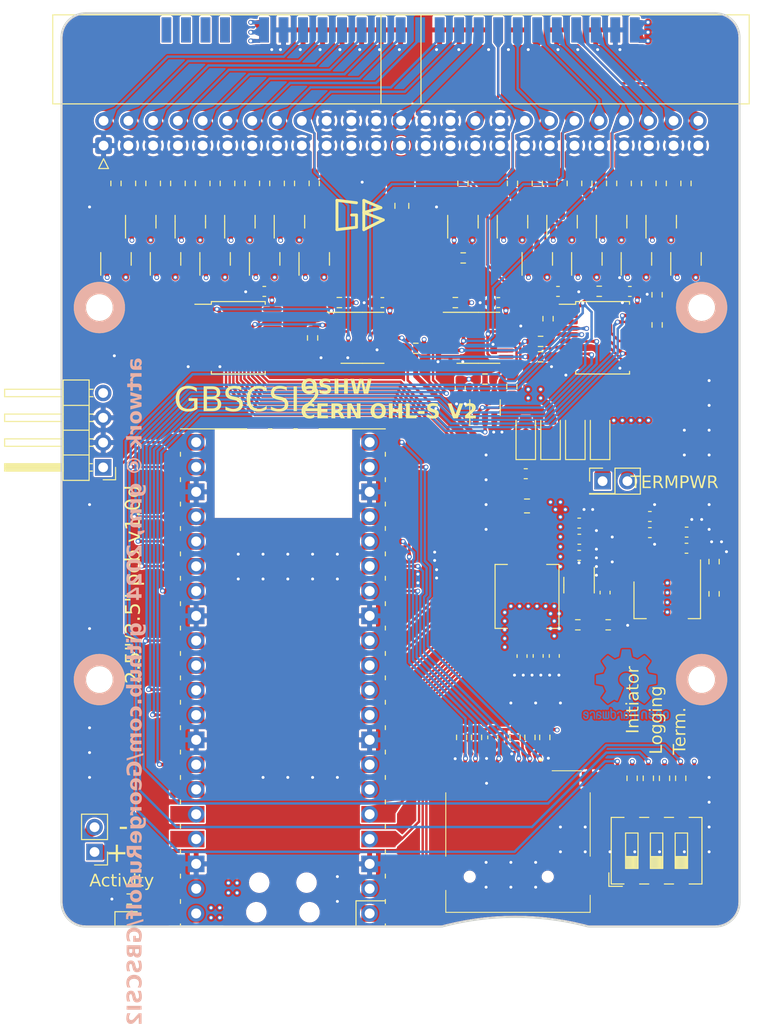
<source format=kicad_pcb>
(kicad_pcb (version 20221018) (generator pcbnew)
  (title_block (title "GBSCSI model 2, 2.5/3.5in hybrid form factor") (date "2024-01-10") (rev "1.0") (comment 2 "Verified by Joan S.T.") (comment 3 "Drawn by George R. M."))
  (layers (0 "F.Cu" signal) (1 "In1.Cu" signal) (2 "In2.Cu" signal) (31 "B.Cu" signal) (34 "B.Paste" user) (35 "F.Paste" user) (36 "B.SilkS" user "B.Silkscreen") (37 "F.SilkS" user "F.Silkscreen") (38 "B.Mask" user) (39 "F.Mask" user) (44 "Edge.Cuts" user))
  (net 0 "")
  (net 1 "GND")
  (net 2 "+3V3")
  (net 3 "+5V")
  (net 4 "Net-(U3-A0)")
  (net 5 "Net-(D1-A)")
  (net 6 "Net-(D2-K)")
  (net 7 "/5V_IN")
  (net 8 "Net-(D4-A)")
  (net 9 "/VBUS")
  (net 10 "/TERMPWR")
  (net 11 "/SDIO_D2")
  (net 12 "/SDIO_D3")
  (net 13 "/SDIO_CMD")
  (net 14 "/SDIO_CLK")
  (net 15 "/SDIO_D0")
  (net 16 "/SDIO_D1")
  (net 18 "/~{SCSI_SD0}")
  (net 19 "/~{SCSI_SD1}")
  (net 20 "/~{SCSI_SD2}")
  (net 21 "/~{SCSI_SD3}")
  (net 22 "/~{SCSI_SD4}")
  (net 23 "/~{SCSI_SD5}")
  (net 24 "/~{SCSI_SD6}")
  (net 25 "/~{SCSI_SD7}")
  (net 26 "/~{SCSI_SDP}")
  (net 27 "/SCSI_~{ATTN}")
  (net 28 "/~{SCSI_BSY}")
  (net 29 "/~{SCSI_ACK}")
  (net 30 "/~{SCSI_MSG}")
  (net 31 "/~{SCSI_SEL}")
  (net 32 "/SCSI_~{C}{slash}D")
  (net 33 "/SCSI_~{REQ}")
  (net 42 "/~{INITIATOR}")
  (net 43 "/~{DEBUG}")
  (net 44 "/~{TERM_EN}")
  (net 45 "/~{MCU_ATTN}")
  (net 46 "/~{MCU_REQ}")
  (net 47 "/~{BUS_DIR}")
  (net 48 "/~{RST_OUT}")
  (net 49 "/~{MCU_SEL_OUT}")
  (net 50 "/~{MCU_ACK}")
  (net 51 "Net-(U3-B1)")
  (net 52 "Net-(R18-Pad1)")
  (net 53 "/MCU_RST")
  (net 54 "Net-(R19-Pad1)")
  (net 55 "/~{MCU_SDP}")
  (net 56 "/~{MCU_CD{slash}SEL_IN}")
  (net 57 "Net-(R20-Pad2)")
  (net 58 "/~{MCU_MSG{slash}BSY_IN}")
  (net 59 "Net-(R21-Pad2)")
  (net 60 "/~{MCU_IO}")
  (net 61 "/~{MCU_SD0}")
  (net 62 "/~{MCU_SD1}")
  (net 63 "/~{MCU_SD2}")
  (net 64 "/~{MCU_SD3}")
  (net 65 "/~{MCU_SD4}")
  (net 66 "/~{MCU_SD5}")
  (net 67 "/~{MCU_SD6}")
  (net 68 "/~{MCU_SD7}")
  (net 69 "/SYS~{RST}")
  (net 70 "/~{MCU_BSY_OUT}")
  (net 74 "/~{SCSI_RST}")
  (net 75 "/ACTY")
  (net 76 "/5V_TIE")
  (net 77 "Net-(F2-Pad1)")
  (net 78 "/SCSI_I{slash}~{O} ")
  (net 79 "Net-(Q1-D)")
  (net 80 "Net-(Q2-D)")
  (net 81 "Net-(Q3-D)")
  (net 82 "Net-(Q4-D)")
  (net 83 "Net-(Q5-D)")
  (net 84 "Net-(Q6-D)")
  (net 85 "Net-(Q7-D)")
  (net 86 "Net-(Q8-D)")
  (net 87 "Net-(Q9-D)")
  (net 88 "Net-(Q10-D)")
  (net 89 "Net-(Q11-D)")
  (net 90 "Net-(Q12-D)")
  (net 91 "Net-(Q13-D)")
  (net 92 "Net-(Q14-D)")
  (net 93 "Net-(Q15-D)")
  (net 94 "Net-(Q16-D)")
  (net 95 "Net-(Q17-D)")
  (net 96 "Net-(Q18-D)")
  (net 97 "+2V8")
  (net 98 "Net-(U8-SW)")
  (net 99 "Net-(U8-BST)")
  (net 100 "Net-(U8-FB)")
  (net 102 "Net-(U7-GND)")
  (footprint "Resistor_SMD:R_0603_1608Metric" (layer "F.Cu") (at 81.317 117.822 90)
    (fp_text reference "R7" hide)
    (fp_text value "4k7")
  )
  (footprint "Resistor_SMD:R_0603_1608Metric" (layer "F.Cu") (at 80.6704 73.292 180)
    (fp_text reference "R13" hide)
    (fp_text value "4k7")
  )
  (footprint "LED_SMD:LED_0603_1608Metric" (layer "F.Cu") (at 47.268 136.411)
    (fp_text reference "D1" hide)
    (fp_text value "YELLOW")
  )
  (footprint "Resistor_SMD:R_0603_1608Metric" (layer "F.Cu") (at 86.79 117.822 90)
    (fp_text reference "R3" hide)
    (fp_text value "4k7")
  )
  (footprint "Package_TO_SOT_SMD:SOT-23" (layer "F.Cu") (at 94.148 68.8195 90)
    (fp_text reference "Q14" hide)
    (fp_text value "AO3401A")
  )
  (footprint "Resistor_SMD:R_0603_1608Metric" (layer "F.Cu") (at 50.968 61.087 -90)
    (fp_text reference "R24" hide)
    (fp_text value "110")
  )
  (footprint "Connector_PinHeader_2.54mm:PinHeader_1x02_P2.54mm_Vertical" (layer "F.Cu") (at 43.692 129.557 180)
    (fp_text reference "J1" hide)
    (fp_text value "Conn_01x02")
  )
  (footprint "Resistor_SMD:R_0603_1608Metric" (layer "F.Cu") (at 86.460615 81.8896 -90)
    (fp_text reference "R18" hide)
    (fp_text value "4k7")
  )
  (footprint "Capacitor_SMD:C_0603_1608Metric" (layer "F.Cu") (at 93.376 97.53)
    (fp_text reference "C17" hide)
    (fp_text value "1uF")
  )
  (footprint "Resistor_SMD:R_0603_1608Metric" (layer "F.Cu") (at 47.248 134.379)
    (fp_text reference "R14" hide)
    (fp_text value "510")
  )
  (footprint "Resistor_SMD:R_0603_1608Metric" (layer "F.Cu") (at 68.7832 73.292 180)
    (fp_text reference "R10" hide)
    (fp_text value "4k7")
  )
  (footprint "Resistor_SMD:R_0603_1608Metric" (layer "F.Cu") (at 101.768 61.087 -90)
    (fp_text reference "R38" hide)
    (fp_text value "110")
  )
  (footprint "GBSCSI:MH2.5_NPTH" (layer "F.Cu") (at 105.91 111.9)
    (fp_text reference "H4" hide)
    (fp_text value "~" hide)
  )
  (footprint "Fiducial:Fiducial_0.5mm_Mask1mm" (layer "F.Cu") (at 107.25 46.15)
    (fp_text reference "FID3" hide)
    (fp_text value "Fiducial")
  )
  (footprint "Resistor_SMD:R_0603_1608Metric" (layer "F.Cu") (at 96.688 61.087 -90)
    (fp_text reference "R36" hide)
    (fp_text value "110")
  )
  (footprint "Resistor_SMD:R_0603_1608Metric" (layer "F.Cu") (at 86.528 61.087 -90)
    (fp_text reference "R32" hide)
    (fp_text value "110")
  )
  (footprint "Package_SO:TSSOP-14_4.4x5mm_P0.65mm" (layer "F.Cu") (at 83.032666 76.899)
    (fp_text reference "U6" hide)
    (fp_text value "74LVT125")
  )
  (footprint "GBSCSI:RPi_Pico_W_SMD_TH" (layer "F.Cu") (at 62.996 111.7266 180)
    (fp_text reference "U1" hide)
    (fp_text value "Pico W")
  )
  (footprint "Resistor_SMD:R_0603_1608Metric" (layer "F.Cu") (at 107.188 99.822 -90)
    (fp_text reference "R45" hide)
    (fp_text value "0")
  )
  (footprint "Resistor_SMD:R_0603_1608Metric" (layer "F.Cu") (at 66.04 76.9112 90)
    (fp_text reference "R19" hide)
    (fp_text value "1k")
  )
  (footprint "Package_TO_SOT_SMD:SOT-23" (layer "F.Cu") (at 50.968 68.8195 90)
    (fp_text reference "Q3" hide)
    (fp_text value "AO3401A")
  )
  (footprint "Package_TO_SOT_SMD:SOT-23" (layer "F.Cu") (at 91.608 65.0095 90)
    (fp_text reference "Q13" hide)
    (fp_text value "AO3401A")
  )
  (footprint "Package_TO_SOT_SMD:SOT-23" (layer "F.Cu") (at 96.688 65.0095 90)
    (fp_text reference "Q15" hide)
    (fp_text value "AO3401A")
  )
  (footprint "Capacitor_SMD:C_0603_1608Metric" (layer "F.Cu") (at 91.19 72.149)
    (fp_text reference "C2" hide)
    (fp_text value "12pF")
  )
  (footprint "Package_TO_SOT_SMD:SOT-23" (layer "F.Cu") (at 63.668 65.0095 90)
    (fp_text reference "Q8" hide)
    (fp_text value "AO3401A")
  )
  (footprint "Resistor_SMD:R_0603_1608Metric" (layer "F.Cu") (at 76.6186 77.978 180)
    (fp_text reference "R11" hide)
    (fp_text value "4k7")
  )
  (footprint "Fuse:Fuse_0805_2012Metric" (layer "F.Cu") (at 75.188 63.386 -90)
    (fp_text reference "F1" hide)
    (fp_text value "1A")
  )
  (footprint "Resistor_SMD:R_0603_1608Metric" (layer "F.Cu") (at 45.888 61.087 -90)
    (fp_text reference "R22" hide)
    (fp_text value "110")
  )
  (footprint "Package_TO_SOT_SMD:SOT-23" (layer "F.Cu") (at 66.208 68.8195 90)
    (fp_text reference "Q9" hide)
    (fp_text value "AO3401A")
  )
  (footprint "Resistor_SMD:R_0603_1608Metric" (layer "F.Cu") (at 81.448 61.087 -90)
    (fp_text reference "R31" hide)
    (fp_text value "110")
  )
  (footprint "Capacitor_SMD:C_0603_1608Metric" (layer "F.Cu") (at 81.171815 82.018 -90)
    (fp_text reference "C7" hide)
    (fp_text value "100nF")
  )
  (footprint "Resistor_SMD:R_0603_1608Metric" (layer "F.Cu") (at 101.346 72.4916 90)
    (fp_text reference "R15" hide)
    (fp_text value "1k")
  )
  (footprint "Button_Switch_SMD:SW_DIP_SPSTx03_Slide_6.7x9.18mm_W8.61mm_P2.54mm_LowProfile" (layer "F.Cu") (at 101.2952 129.4254 90)
    (fp_text reference "SW1" hide)
    (fp_text value "SW_DIP_x03")
  )
  (footprint "Connector_IDC:IDC-Header_2x25_P2.54mm_Horizontal" (layer "F.Cu") (at 44.618 57.214 90)
    (fp_text reference "J6" hide)
    (fp_text value "SCSI_50P_2.54mm")
  )
  (footprint "Connector_PinHeader_2.54mm:PinHeader_1x04_P2.54mm_Horizontal" (layer "F.Cu") (at 44.577 90.17 180)
    (fp_text reference "J4" hide)
    (fp_text value "Conn_01x04")
  )
  (footprint "Resistor_SMD:R_0603_1608Metric" (layer "F.Cu") (at 56.048 61.087 -90)
    (fp_text reference "R26" hide)
    (fp_text value "110")
  )
  (footprint "Resistor_SMD:R_0603_1608Metric" (layer "F.Cu") (at 82.841 117.822 90)
    (fp_text reference "R5" hide)
    (fp_text value "4k7")
  )
  (footprint "Inductor_SMD:L_0603_1608Metric" (layer "F.Cu") (at 87.888 90.818)
    (fp_text reference "L1" hide)
    (fp_text value "Ferrite_Bead_Small")
  )
  (footprint "Diode_SMD:D_SOD-123" (layer "F.Cu") (at 87.888 87.008 90)
    (fp_text reference "D4" hide)
    (fp_text value "D_Schottky")
  )
  (footprint "Resistor_SMD:R_0603_1608Metric" (layer "F.Cu") (at 89.838 117.822 90)
    (fp_text reference "R1" hide)
    (fp_text value "4k7")
  )
  (footprint "Diode_SMD:D_SOD-123" (layer "F.Cu") (at 92.968 87.008 90)
    (fp_text reference "D3" hide)
    (fp_text value "D_Schottky")
  )
  (footprint "Capacitor_SMD:C_0603_1608Metric" (layer "F.Cu") (at 104.362 98.451)
    (fp_text reference "C11" hide)
    (fp_text value "100nF")
  )
  (footprint "Package_SO:TSSOP-14_4.4x5mm_P0.65mm" (layer "F.Cu") (at 71.153333 76.899)
    (fp_text reference "U5" hide)
    (fp_text value "74LVT125")
  )
  (footprint "Fiducial:Fiducial_0.5mm_Mask1mm" (layer "F.Cu") (at 42.75 134.75)
    (fp_text reference "FID2" hide)
    (fp_text value "Fiducial")
  )
  (footprint "Resistor_SMD:R_0603_1608Metric" (layer "F.Cu") (at 107.188 103.124 -90)
    (fp_text reference "R44" hide)
    (fp_text value "~")
  )
  (footprint "Capacitor_SMD:C_0603_1608Metric" (layer "F.Cu") (at 100.607 95.2)
    (fp_text reference "C8" hide)
    (fp_text value "1uF")
  )
  (footprint "Inductor_SMD:L_Vishay_IHLP-2525" (layer "F.Cu") (at 88.016 103.385 -90)
    (fp_text reference "L2" hide)
    (fp_text value "2.2uH")
  )
  (footprint "Capacitor_SMD:C_0603_1608Metric" (layer "F.Cu") (at 89.159 109.481 -90)
    (fp_text reference "C13" hide)
    (fp_text value "22uF")
  )
  (footprint "Package_TO_SOT_SMD:TSOT-23-6" (layer "F.Cu") (at 93.35 102.229 -90)
    (fp_text reference "U8" hide)
    (fp_text value "AP62250WU")
  )
  (footprint "Package_TO_SOT_SMD:SOT-23" (layer "F.Cu") (at 58.588 65.0095 90)
    (fp_text reference "Q6" hide)
    (fp_text value "AO3401A")
  )
  (footprint "Capacitor_SMD:C_0603_1608Metric" (layer "F.Cu") (at 73.1898 73.292 180)
    (fp_text reference "C5" hide)
    (fp_text value "100nF")
  )
  (footprint "Resistor_SMD:R_0603_1608Metric" (layer "F.Cu") (at 88.314 117.822 90)
    (fp_text reference "R2" hide)
    (fp_text value "4k7")
  )
  (footprint "Package_TO_SOT_SMD:SOT-23-5" (layer "F.Cu") (at 83.711815 84.05 90)
    (fp_text reference "U4" hide)
    (fp_text value "74AHCT1G125")
  )
  (footprint "Package_TO_SOT_SMD:SOT-23" (layer "F.Cu") (at 104.308 68.8195 90)
    (fp_text reference "Q18" hide)
    (fp_text value "AO3401A")
  )
  (footprint "Package_SO:SSOP-20_5.3x7.2mm_P0.65mm" (layer "F.Cu") (at 58.424 76.899)
    (fp_text reference "U2" hide)
    (fp_text value "74LVT245")
  )
  (footprint "GBSCSI:MH2.5_NPTH" (layer "F.Cu") (at 44.19 73.8)
    (fp_text reference "H1" hide)
    (fp_text value "~" hide)
  )
  (footprint "Fuse:Fuse_0805_2012Metric" (layer "F.Cu") (at 88.015 94.12)
    (fp_text reference "F2" hide)
    (fp_text value "1A")
  )
  (footprint "Resistor_SMD:R_0603_1608Metric" (layer "F.Cu") (at 99.228 61.087 -90)
    (fp_text reference "R37" hide)
    (fp_text value "110")
  )
  (footprint "Package_TO_SOT_SMD:SOT-23" (layer "F.Cu") (at 61.128 68.8195 90)
    (fp_text reference "Q7" hide)
    (fp_text value "AO3401A")
  )
  (footprint "GBSCSI:TF01A" (layer "F.Cu") (at 87.09 128.49)
    (fp_text reference "J2" hide)
    (fp_text value "TF003" hide)
  )
  (footprint "Resistor_SMD:R_0603_1608Metric" (layer "F.Cu") (at 48.428 61.087 -90)
    (fp_text reference "R23" hide)
    (fp_text value "110")
  )
  (footprint "Package_TO_SOT_SMD:SOT-23" (layer "F.Cu") (at 56.048 68.8195 90)
    (fp_text reference "Q5" hide)
    (fp_text value "AO3401A")
  )
  (footprint "Connector_PinHeader_2.54mm:PinHeader_2x01_P2.54mm_Vertical" (layer "F.Cu") (at 95.762 91.58)
    (fp_text reference "JP3" hide)
    (fp_text value "Jumper_2_Open")
  )
  (footprint "Resistor_SMD:R_0603_1608Metric" (layer "F.Cu") (at 102.108 122.0094 -90)
    (fp_text reference "R6" hide)
    (fp_text value "1k")
  )
  (footprint "Capacitor_SMD:C_0603_1608Metric" (layer "F.Cu") (at 93.363 99.181)
    (fp_text reference "C18" hide)
    (fp_text value "100nF")
  )
  (footprint "GBSCSI:MH2.5_NPTH" (layer "F.Cu") (at 44.19 111.9)
    (fp_text reference "H2" hide)
    (fp_text value "~" hide)
  )
  (footprint "Resistor_SMD:R_0603_1608Metric" (layer "F.Cu") (at 95.4146 72.136)
    (fp_text reference "R8" hide)
    (fp_text value "4k7")
  )
  (footprint "Resistor_SMD:R_0603_1608Metric" (layer "F.Cu") (at 58.588 61.087 -90)
    (fp_text reference "R27" hide)
    (fp_text value "110")
  )
  (footprint "Resistor_SMD:R_0603_1608Metric" (layer "F.Cu") (at 94.148 61.087 -90)
    (fp_text reference "R35" hide)
    (fp_text value "110")
  )
  (footprint "Package_TO_SOT_SMD:SOT-23" (layer "F.Cu") (at 101.768 65.0095 90)
    (fp_text reference "Q17" hide)
    (fp_text value "AO3401A")
  )
  (footprint "Resistor_SMD:R_0603_1608Metric" (layer "F.Cu") (at 89.068 61.087 -90)
    (fp_text reference "R33" hide)
    (fp_text value "110")
  )
  (footprint "Resistor_SMD:R_0603_1608Metric" (layer "F.Cu") (at 101.35 75.578 90)
    (fp_text reference "R17" hide)
    (fp_text value "1k")
  )
  (footprint "Capacitor_SMD:C_0603_1608Metric" (layer "F.Cu") (at 85.077 73.292 180)
    (fp_text reference "C6" hide)
    (fp_text value "100nF")
  )
  (footprint "Capacitor_SMD:C_0603_1608Metric" (layer "F.Cu") (at 61.091 72.149 180)
    (fp_text reference "C4" hide)
    (fp_text value "100nF")
  )
  (footprint "Fiducial:Fiducial_0.5mm_Mask1mm" (layer "F.Cu") (at 107.3 134.7)
    (fp_text reference "FID1" hide)
    (fp_text value "Fiducial")
  )
  (footprint "Resistor_SMD:R_0603_1608Metric" (layer "F.Cu") (at 61.128 61.087 -90)
    (fp_text reference "R28" hide)
    (fp_text value "110")
  )
  (footprint "Diode_SMD:D_SOD-123" (layer "F.Cu") (at 90.428 87.008 90)
    (fp_text reference "D5" hide)
    (fp_text value "D_Schottky")
  )
  (footprint "Package_TO_SOT_SMD:SOT-23" (layer "F.Cu") (at 86.528 65.0095 90)
    (fp_text reference "Q11" hide)
    (fp_text value "AO3401A")
  )
  (footprint "Package_TO_SOT_SMD:SOT-23" (layer "F.Cu") (at 99.228 68.8195 90)
    (fp_text reference "Q16" hide)
    (fp_text value "AO3401A")
  )
  (footprint "Package_SO:SSOP-20_5.3x7.2mm_P0.65mm" (layer "F.Cu") (at 95.762 76.899)
    (fp_text reference "U3" hide)
    (fp_text value "74LVT245")
  )
  (footprint "Resistor_SMD:R_0603_1608Metric" (layer "F.Cu") (at 91.608 61.087 -90)
    (fp_text reference "R34" hide)
    (fp_text value "110")
  )
  (footprint "Resistor_SMD:R_0603_1608Metric" (layer "F.Cu") (at 100.448534 122.0094 90)
    (fp_text reference "R9" hide)
    (fp_text value "4k7")
  )
  (footprint "Resistor_SMD:R_0603_1608Metric" (layer "F.Cu") (at 103.767468 122.0094 90)
    (fp_text reference "R43" hide)
    (fp_text value "4k7")
  )
  (footprint "Capacitor_SMD:C_0603_1608Metric" (layer "F.Cu") (at 84.504 117.822 -90)
    (fp_text reference "C1" hide)
    (fp_text value "10uF")
  )
  (footprint "Capacitor_SMD:C_0603_1608Metric" (layer "F.Cu") (at 100.607 96.851)
    (fp_text reference "C10" hide)
    (fp_text value "100nF")
  )
  (footprint "Resistor_SMD:R_0603_1608Metric" (layer "F.Cu") (at 90.171 74.943 90)
    (fp_text reference "R16" hide)
    (fp_text value "110")
  )
  (footprint "Resistor_SMD:R_0603_1608Metric" (layer "F.Cu") (at 63.668 61.087 -90)
    (fp_text reference "R29" hide)
    (fp_text value "110")
  )
  (footprint "Package_TO_SOT_SMD:SOT-23" (layer "F.Cu") (at 53.508 65.0095 90)
    (fp_text reference "Q4" hide)
    (fp_text value "AO3401A")
  )
  (footprint "Resistor_SMD:R_0603_1608Metric" (layer "F.Cu") (at 93.223 106.293)
    (fp_text reference "R41" hide)
    (fp_text value "31k6")
  )
  (footprint "GBSCSI:PinHeader_2x25-2_P2.00mm_straddle" (layer "F.Cu") (at 75.061 43.2815 90)
    (fp_text reference "J5" hide)
    (fp_text value "SCSI_50-2P_2mm")
  )
  (footprint "Resistor_SMD:R_0603_1608Metric" (layer "F.Cu") (at 81.475 68.72 180)
    (fp_text reference "R40" hide)
    (fp_text value "4k7")
  )
  (footprint "Resistor_SMD:R_0603_1608Metric" (layer "F.Cu") (at 98.789068 122.0094 -90)
    (fp_text reference "R4" hide)
    (fp_text value "1k")
  )
  (footprint "GBSCSI:MH2.5_NPTH" (layer "F.Cu") (at 105.91 73.8)
    (fp_text reference "H3" hide)
    (fp_text value "~" hide)
  )
  (footprint "Capacitor_SMD:C_0603_1608Metric" (layer "F.Cu") (at 87.508 109.494 -90)
    (fp_text reference "C16" hide)
    (fp_text value "100nF")
  )
  (footprint "Package_TO_SOT_SMD:SOT-23" (layer "F.Cu") (at 81.448 65.0095 90)
    (fp_text reference "Q10" hide)
    (fp_text value "AO3401A")
  )
  (footprint "Capacitor_SMD:C_0603_1608Metric" (layer "F.Cu") (at 90.81 109.481 -90)
    (fp_text reference "C12" hide)
    (fp_text value "22uF")
  )
  (footprint "Capacitor_SMD:C_0603_1608Metric" (layer "F.Cu") (at 96.017 102.991 -90)
    (fp_text reference "C14" hide)
    (fp_text value "100nF")
  )
  (footprint "Capacitor_SMD:C_0603_1608Metric" (layer "F.Cu") (at 98.556 72.149 180)
    (fp_text reference "C3" hide)
    (fp_text value "100nF")
  )
  (footprint "Resistor_SMD:R_0603_1608Metric" (layer "F.Cu") (at 53.508 61.087 -90)
    (fp_text reference "R25" hide)
    (fp_text value "110")
  )
  (footprint "Resistor_SMD:R_0603_1608Metric" (layer "F.Cu") (at 66.208 61.087 -90)
    (fp_text reference "R30" hide)
    (fp_text value "110")
  )
  (footprint "Capacitor_SMD:C_0603_1608Metric" (layer "F.Cu") (at 104.375 96.8)
    (fp_text reference "C9" hide)
    (fp_text value "1uF")
  )
  (footprint "Package_TO_SOT_SMD:SOT-23" (layer "F.Cu") (at 48.428 65.0095 90)
    (fp_text reference "Q2" hide)
    (fp_text value "AO3401A")
  )
  (footprint "Resistor_SMD:R_0603_1608Metric" (layer "F.Cu") (at 96.334 106.293)
    (fp_text reference "R42" hide)
    (fp_text value "10k")
  )
  (footprint "Resistor_SMD:R_0603_1608Metric" (layer "F.Cu") (at 89.408 78.8416 180)
    (fp_text reference "R21" hide)
    (fp_text value "1k")
  )
  (footprint "Resistor_SMD:R_0603_1608Metric" (layer "F.Cu") (at 89.408 77.2668 180)
    (fp_text reference "R20" hide)
    (fp_text value "1k")
  )
  (footprint "Package_TO_SOT_SMD:SOT-223-3_TabPin2" (layer "F.Cu") (at 102.388 103.749 -90)
    (fp_text reference "U7" hide)
    (fp_text value "AZ1117-2.85")
  )
  (footprint "Resistor_SMD:R_0603_1608Metric" (layer "F.Cu") (at 83.711815 81.129)
    (fp_text reference "R12" hide)
    (fp_text value "4k7")
  )
  (footprint "Resistor_SMD:R_0603_1608Metric" (layer "F.Cu") (at 104.308 61.087 -90)
    (fp_text reference "R39" hide)
    (fp_text value "110")
  )
  (footprint "Package_TO_SOT_SMD:SOT-23" (layer "F.Cu") (at 45.888 68.8195 90)
    (fp_text reference "Q1" hide)
    (fp_text value "AO3401A")
  )
  (footprint "Capacitor_SMD:C_0603_1608Metric" (layer "F.Cu") (at 93.363 95.879)
    (fp_text reference "C15" hide)
    (fp_text value "10uF")
  )
  (footprint "Package_TO_SOT_SMD:SOT-23" (layer "F.Cu") (at 89.068 68.8195 90)
    (fp_text reference "Q12" hide)
    (fp_text value "AO3401A")
  )
  (footprint "Diode_SMD:D_SOD-123" (layer "F.Cu") (at 95.508 87.008 90)
    (fp_text reference "D2" hide)
    (fp_text value "D_Schottky")
  )
  (footprint "Symbol:OSHW-Logo2_9.8x8mm_Copper" (layer "B.Cu") (at 98.171 112.522 180)
    (fp_text reference "REF**" hide)
    (fp_text value "OSHW-Logo2_9.8x8mm_Copper" hide)
  )
  (gr_line (start 73.288 64.826) (end 71.288 64.076) (stroke (width 0.3)) (layer "F.SilkS"))
  (gr_line (start 68.538 65.822) (end 70.538 65.572) (stroke (width 0.3)) (layer "F.SilkS"))
  (gr_line (start 73.038 63.576) (end 71.288 64.076) (stroke (width 0.3)) (layer "F.SilkS"))
  (gr_line (start 70.538 65.572) (end 70.538 64.322) (stroke (width 0.3)) (layer "F.SilkS"))
  (gr_line (start 68.538 62.822) (end 70.538 63.072) (stroke (width 0.3)) (layer "F.SilkS"))
  (gr_line (start 68.538 62.822) (end 68.538 65.822) (stroke (width 0.3)) (layer "F.SilkS"))
  (gr_line (start 71.288 65.826) (end 73.288 64.826) (stroke (width 0.3)) (layer "F.SilkS"))
  (gr_line (start 70.038 64.322) (end 70.538 64.322) (stroke (width 0.3)) (layer "F.SilkS"))
  (gr_line (start 71.288 62.826) (end 73.038 63.576) (stroke (width 0.3)) (layer "F.SilkS"))
  (gr_line (start 71.288 65.826) (end 71.288 62.826) (stroke (width 0.3)) (layer "F.SilkS"))
  (gr_arc (start 109.8 134.7) (mid 109.067767 136.467766) (end 107.3 137.2) (stroke (width 0.2)) (layer "Edge.Cuts"))
  (gr_line (start 40.3 134.7) (end 40.3 46.15) (stroke (width 0.2)) (layer "Edge.Cuts"))
  (gr_arc (start 107.3 43.65) (mid 109.067767 44.382233) (end 109.8 46.15) (stroke (width 0.2)) (layer "Edge.Cuts"))
  (gr_arc (start 40.3 46.15) (mid 41.032233 44.382233) (end 42.8 43.65) (stroke (width 0.2)) (layer "Edge.Cuts"))
  (gr_line (start 94.3 137.2) (end 107.3 137.2) (stroke (width 0.2)) (layer "Edge.Cuts"))
  (gr_arc (start 79.3 137.2) (mid 86.8 136.212606) (end 94.3 137.2) (stroke (width 0.2)) (layer "Edge.Cuts"))
  (gr_line (start 109.8 134.7) (end 109.8 46.15) (stroke (width 0.2)) (layer "Edge.Cuts"))
  (gr_arc (start 42.8 137.2) (mid 41.032234 136.467767) (end 40.3 134.7) (stroke (width 0.2)) (layer "Edge.Cuts"))
  (gr_line (start 42.8 43.65) (end 107.3 43.65) (stroke (width 0.2)) (layer "Edge.Cuts"))
  (gr_line (start 42.8 137.2) (end 79.3 137.2) (stroke (width 0.2)) (layer "Edge.Cuts"))
  (gr_text "artwork © grm, 2024   github.com/GeorgeRudolf/GBSCSI2" (at 48.765 78.925 90) (layer "B.SilkS") (effects (font (size 1.5 1.5) (thickness 0.3) bold italic) (justify left bottom mirror)))
  (gr_text "2.5{dblquote}/3.5{dblquote} pcb v1.0d" (at 48.59 112.35 90) (layer "F.SilkS") (effects (font (size 1.5 1.5)) (justify left bottom)))
  (gr_text "GBSCSI2" (at 51.816 84.836) (layer "F.SilkS") (effects (font (size 2.5 2.5) (thickness 0.15) italic) (justify left bottom)))
  (gr_text "Logging" (at 102.0572 112.522 90) (layer "F.SilkS") (effects (font (size 1.27 1.27) (thickness 0.1875)) (justify right bottom)))
  (gr_text "Activity" (at 49.8 133.3) (layer "F.SilkS") (effects (font (size 1.27 1.27) (thickness 0.1875)) (justify right bottom)))
  (gr_text "OSHW\nCERN OHL-S V2" (at 64.8 85.4) (layer "F.SilkS") (effects (font (size 1.5 1.5) (thickness 0.3) bold italic) (justify left bottom)))
  (gr_text "-" (at 47.15 128.2) (layer "F.SilkS") (effects (font (size 2 2) (thickness 0.1875)) (justify right bottom)))
  (gr_text "TERMPWR" (at 107.6452 92.5068) (layer "F.SilkS") (effects (font (size 1.27 1.27) (thickness 0.1875)) (justify right bottom)))
  (gr_text "Term." (at 104.4572 114.722 90) (layer "F.SilkS") (effects (font (size 1.27 1.27) (thickness 0.1875)) (justify right bottom)))
  (gr_text "Initiator" (at 99.6572 110.522 90) (layer "F.SilkS") (effects (font (size 1.27 1.27) (thickness 0.1875)) (justify right bottom)))
  (gr_text "+" (at 47.15 130.9) (layer "F.SilkS") (effects (font (size 2 2) (thickness 0.1875)) (justify right bottom)))
  (via (at 63.5 101.6) (size 0.5) (drill 0.3) (layers "F.Cu" "B.Cu") (net 1))
  (via (at 95.128 98.546) (size 0.5) (drill 0.3) (layers "F.Cu" "B.Cu") (net 1))
  (via (at 100.33 72.4408) (size 0.5) (drill 0.3) (layers "F.Cu" "B.Cu") (net 1))
  (via (at 61.853 47.384) (size 0.5) (drill 0.3) (layers "F.Cu" "B.Cu") (net 1))
  (via (at 93.222 47.384) (size 0.5) (drill 0.3) (layers "F.Cu" "B.Cu") (net 1))
  (via (at 95.254 47.384) (size 0.5) (drill 0.3) (layers "F.Cu" "B.Cu") (net 1))
  (via (at 81.679815 83.669) (size 0.5) (drill 0.3) (layers "F.Cu" "B.Cu") (net 1))
  (via (at 93.3196 72.1868) (size 0.5) (drill 0.3) (layers "F.Cu" "B.Cu") (net 1))
  (via (at 104.14 129.54) (size 0.5) (drill 0.3) (layers "F.Cu" "B.Cu") (net 1))
  (via (at 87.376 75.692) (size 0.5) (drill 0.3) (layers "F.Cu" "B.Cu") (net 1))
  (via (at 101.6 129.54) (size 0.5) (drill 0.3) (layers "F.Cu" "B.Cu") (net 1))
  (via (at 66.04 121.92) (size 0.5) (drill 0.3) (layers "F.Cu" "B.Cu") (net 1))
  (via (at 104.14 88.9) (size 0.5) (drill 0.3) (layers "F.Cu" "B.Cu") (net 1))
  (via (at 97.54 47.384) (size 0.5) (drill 0.3) (layers "F.Cu" "B.Cu") (net 1))
  (via (at 93.35 99.943) (size 0.5) (drill 0.3) (layers "F.Cu" "B.Cu") (net 1))
  (via (at 53.2892 79.8576) (size 0.5) (drill 0.3) (layers "F.Cu" "B.Cu") (net 1))
  (via (at 93.858 94.482) (size 0.5) (drill 0.3) (layers "F.Cu" "B.Cu") (net 1))
  (via (at 66.806 47.384) (size 0.5) (drill 0.3) (layers "F.Cu" "B.Cu") (net 1))
  (via (at 95.128 101.213) (size 0.5) (drill 0.3) (layers "F.Cu" "B.Cu") (net 1))
  (via (at 60.96 121.92) (size 0.5) (drill 0.3) (layers "F.Cu" "B.Cu") (net 1))
  (via (at 101.092 98.044) (size 0.5) (drill 0.3) (layers "F.Cu" "B.Cu") (net 1))
  (via (at 86.452 119.506) (size 0.5) (drill 0.3) (layers "F.Cu" "B.Cu") (net 1))
  (via (at 83.2104 73.3044) (size 0.5) (drill 0.3) (layers "F.Cu" "B.Cu") (net 1))
  (via (at 93.98 129.54) (size 0.5) (drill 0.3) (layers "F.Cu" "B.Cu") (net 1))
  (via (at 91.44 127) (size 0.5) (drill 0.3) (layers "F.Cu" "B.Cu") (net 1))
  (via (at 45.47 134.379) (size 0.5) (drill 0.3) (layers "F.Cu" "B.Cu") (net 1))
  (via (at 72.644 78.1304) (size 0.5) (drill 0.3) (layers "F.Cu" "B.Cu") (net 1))
  (via (at 106.68 81.28) (size 0.5) (drill 0.3) (layers "F.Cu" "B.Cu") (net 1))
  (via (at 78.75 100.65) (size 0.5) (drill 0.3) (layers "F.Cu" "B.Cu") (net 1))
  (via (at 106.68 124.46) (size 0.5) (drill 0.3) (layers "F.Cu" "B.Cu") (net 1))
  (via (at 72.902 47.384) (size 0.5) (drill 0.3) (layers "F.Cu" "B.Cu") (net 1))
  (via (at 45.72 78.74) (size 0.5) (drill 0.3) (layers "F.Cu" "B.Cu") (net 1))
  (via (at 86.3612 133.1616) (size 0.5) (drill 0.3) (layers "F.Cu" "B.Cu") (net 1))
  (via (at 80.790815 83.669) (size 0.5) (drill 0.3) (layers "F.Cu" "B.Cu") (net 1))
  (via (at 88.9012 133.1616) (size 0.5) (drill 0.3) (layers "F.Cu" "B.Cu") (net 1))
  (via (at 91.282 111.445) (size 0.5) (drill 0.3) (layers "F.Cu" "B.Cu") (net 1))
  (via (at 101.092 93.98) (size 0.5) (drill 0.3) (layers "F.Cu" "B.Cu") (net 1))
  (via (at 78.55 99.7) (size 0.5) (drill 0.3) (layers "F.Cu" "B.Cu") (net 1))
  (via (at 60.96 101.6) (size 0.5) (drill 0.3) (layers "F.Cu" "B.Cu") (net 1))
  (via (at 83.8212 133.1616) (size 0.5) (drill 0.3) (layers "F.Cu" "B.Cu") (net 1))
  (via (at 68.58 101.6) (size 0.5) (drill 0.3) (layers "F.Cu" "B.Cu") (net 1))
  (via (at 104.14 86.36) (size 0.5) (drill 0.3) (layers "F.Cu" "B.Cu") (net 1))
  (via (at 97.536 80.01) (size 0.5) (drill 0.3) (layers "F.Cu" "B.Cu") (net 1))
  (via (at 43.18 121.92) (size 0.5) (drill 0.3) (layers "F.Cu" "B.Cu") (net 1))
  (via (at 56.5404 79.8576) (size 0.5) (drill 0.3) (layers "F.Cu" "B.Cu") (net 1))
  (via (at 106.68 86.36) (size 0.5) (drill 0.3) (layers "F.Cu" "B.Cu") (net 1))
  (via (at 63.5 99.06) (size 0.5) (drill 0.3) (layers "F.Cu" "B.Cu") (net 1))
  (via (at 43.18 119.38) (size 0.5) (drill 0.3) (layers "F.Cu" "B.Cu") (net 1))
  (via (at 81.4324 79.3496) (size 0.5) (drill 0.3) (layers "F.Cu" "B.Cu") (net 1))
  (via (at 84.5312 77.5716) (size 0.5) (drill 0.3) (layers "F.Cu" "B.Cu") (net 1))
  (via (at 43.18 116.84) (size 0.5) (drill 0.3) (layers "F.Cu" "B.Cu") (net 1))
  (via (at 71.12 60.96) (size 0.5) (drill 0.3) (layers "F.Cu" "B.Cu") (net 1))
  (via (at 59.182 72.1868) (size 0.5) (drill 0.3) (layers "F.Cu" "B.Cu") (net 1))
  (via (at 105.918 95.504) (size 0.5) (drill 0.3) (layers "F.Cu" "B.Cu") (net 1))
  (via (at 91.44 114.3) (size 0.5) (drill 0.3) (layers "F.Cu" "B.Cu") (net 1))
  (via (at 90.332 111.445) (size 0.5) (drill 0.3) (layers "F.Cu" "B.Cu") (net 1))
  (via (at 99.06 129.54) (size 0.5) (drill 0.3) (layers "F.Cu" "B.Cu") (net 1))
  (via (at 78.744 47.384) (size 0.5) (drill 0.3) (layers "F.Cu" "B.Cu") (net 1))
  (via (at 106.68 96.52) (size 0.5) (drill 0.3) (layers "F.Cu" "B.Cu") (net 1))
  (via (at 86.11 47.384) (size 0.5) (drill 0.3) (layers "F.Cu" "B.Cu") (net 1))
  (via (at 88.142 47.384) (size 0.5) (drill 0.3) (layers "F.Cu" "B.Cu") (net 1))
  (via (at 80.652 120.006) (size 0.5) (drill 0.3) (layers "F.Cu" "B.Cu") (net 1))
  (via (at 60.96 99.06) (size 0.5) (drill 0.3) (layers "F.Cu" "B.Cu") (net 1))
  (via (at 106.68 127) (size 0.5) (drill 0.3) (layers "F.Cu" "B.Cu") (net 1))
  (via (at 97.79 73.3044) (size 0.5) (drill 0.3) (layers "F.Cu" "B.Cu") (net 1))
  (via (at 85.444615 86.5567) (size 0.5) (drill 0.3) (layers "F.Cu" "B.Cu") (net 1))
  (via (at 68.58 121.92) (size 0.5) (drill 0.3) (layers "F.Cu" "B.Cu") (net 1))
  (via (at 90.202 119.956) (size 0.5) (drill 0.3) (layers "F.Cu" "B.Cu") (net 1))
  (via (at 66.04 101.6) (size 0.5) (drill 0.3) (layers "F.Cu" "B.Cu") (net 1))
  (via (at 94.747 94.482) (size 0.5) (drill 0.3) (layers "F.Cu" "B.Cu") (net 1))
  (via (at 78.74 63.5) (size 0.5) (drill 0.3) (layers "F.Cu" "B.Cu") (net 1))
  (via (at 76.836 101.105) (size 0.5) (drill 0.3) (layers "F.Cu" "B.Cu") (net 1))
  (via (at 64.774 47.384) (size 0.5) (drill 0.3) (layers "F.Cu" "B.Cu") (net 1))
  (via (at 76.836 101.994) (size 0.5) (drill 0.3) (layers "F.Cu" "B.Cu") (net 1))
  (via (at 88.532 111.445) (size 0.5) (drill 0.3) (layers "F.Cu" "B.Cu") (net 1))
  (via (at 108.458 98.806) (size 0.5) (drill 0.3) (layers "F.Cu" "B.Cu") (net 1))
  (via (at 83.869 119.981) (size 0.5) (drill 0.3) (layers "F.Cu" "B.Cu") (net 1))
  (via (at 98.332 106.345) (size 0.5) (drill 0.3) (layers "F.Cu" "B.Cu") (net 1))
  (via (at 104.902 95.504) (size 0.5) (drill 0.3) (layers "F.Cu" "B.Cu") (net 1))
  (via (at 95.128 96.641) (size 0.5) (drill 0.3) (layers "F.Cu" "B.Cu") (net 1))
  (via (at 43.18 93.98) (size 0.5) (drill 0.3) (layers "F.Cu" "B.Cu") (net 1))
  (via (at 106.934 97.79) (size 0.5) (drill 0.3) (layers "F.Cu" "B.Cu") (net 1))
  (via (at 106.68 129.54) (size 0.5) (drill 0.3) (layers "F.Cu" "B.Cu") (net 1))
  (via (at 86.732 111.445) (size 0.5) (drill 0.3) (layers "F.Cu" "B.Cu") (net 1))
  (via (at 106.68 88.9) (size 0.5) (drill 0.3) (layers "F.Cu" "B.Cu") (net 1))
  (via (at 74.934 47.384) (size 0.5) (drill 0.3) (layers "F.Cu" "B.Cu") (net 1))
  (via (at 83.82 96.52) (size 0.5) (drill 0.3) (layers "F.Cu" "B.Cu") (net 1))
  (via (at 107.95 97.79) (size 0.5) (drill 0.3) (layers "F.Cu" "B.Cu") (net 1))
  (via (at 81.026 47.384) (size 0.5) (drill 0.3) (layers "F.Cu" "B.Cu") (net 1))
  (via (at 70.87 47.384) (size 0.5) (drill 0.3) (layers "F.Cu" "B.Cu") (net 1))
  (via (at 83.82 91.44) (size 0.5) (drill 0.3) (layers "F.Cu" "B.Cu") (net 1))
  (via (at 66.9036 78.9432) (size 0.5) (drill 0.3) (layers "F.Cu" "B.Cu") (net 1))
  (via (at 96.75 97.3) (size 0.5) (drill 0.3) (layers "F.Cu" "B.Cu") (net 1))
  (via (at 83.869 122.521) (size 0.5) (drill 0.3) (layers "F.Cu" "B.Cu") (net 1))
  (via (at 58.42 101.6) (size 0.5) (drill 0.3) (layers "F.Cu" "B.Cu") (net 1))
  (via (at 83.8212 130.6216) (size 0.5) (drill 0.3) (layers "F.Cu" "B.Cu") (net 1))
  (via (at 58.42 99.06) (size 0.5) (drill 0.3) (layers "F.Cu" "B.Cu") (net 1))
  (via (at 78.75 101.5) (size 0.5) (drill 0.3) (layers "F.Cu" "B.Cu") (net 1))
  (via (at 86.36 114.3) (size 0.5) (drill 0.3) (layers "F.Cu" "B.Cu") (net 1))
  (via (at 78.55 98.85) (size 0.5) (drill 0.3) (layers "F.Cu" "B.Cu") (net 1))
  (via (at 69.6468 78.9432) (size 0.5) (drill 0.3) (layers "F.Cu" "B.Cu") (net 1))
  (via (at 97.508885 70.739) (size 0.5) (drill 0.3) (layers "F.Cu" "B.Cu") (net 1))
  (via (at 91.9988 80.7212) (size 0.5) (drill 0.3) (layers "F.Cu" "B.Cu") (net 1))
  (via (at 84.600815 86.5567) (size 0.5) (drill 0.3) (layers "F.Cu" "B.Cu") (net 1))
  (via (at 106.68 121.92) (size 0.5) (drill 0.3) (layers "F.Cu" "B.Cu") (net 1))
  (via (at 88.9012 130.6216) (size 0.5) (drill 0.3) (layers "F.Cu" "B.Cu") (net 1))
  (via (at 106.68 83.82) (size 0.5) (drill 0.3) (layers "F.Cu" "B.Cu") (net 1))
  (via (at 43.18 63.5) (size 0.5) (drill 0.3) (layers "F.Cu" "B.Cu") (net 1))
  (via (at 71.3232 73.3044) (size 0.5) (drill 0.3) (layers "F.Cu" "B.Cu") (net 1))
  (via (at 68.838 47.384) (size 0.5) (drill 0.3) (layers "F.Cu" "B.Cu") (net 1))
  (via (at 88.9 114.3) (size 0.5) (drill 0.3) (layers "F.Cu" "B.Cu") (net 1))
  (via (at 78.8924 79.3496) (size 0.5) (drill 0.3) (layers "F.Cu" "B.Cu") (net 1))
  (via (at 93.98 127) (size 0.5) (drill 0.3) (layers "F.Cu" "B.Cu") (net 1))
  (via (at 84.078 47.384) (size 0.5) (drill 0.3) (layers "F.Cu" "B.Cu") (net 1))
  (via (at 62.742 47.384) (size 0.5) (drill 0.3) (layers "F.Cu" "B.Cu") (net 1))
  (via (at 86.3612 130.6216) (size 0.5) (drill 0.3) (layers "F.Cu" "B.Cu") (net 1))
  (via (at 43.18 106.68) (size 0.5) (drill 0.3) (layers "F.Cu" "B.Cu") (net 1))
  (via (at 83.82 93.98) (size 0.5) (drill 0.3) (layers "F.Cu" "B.Cu") (net 1))
  (via (at 89.432 111.445) (size 0.5) (drill 0.3) (layers "F.Cu" "B.Cu") (net 1))
  (via (at 95.128 99.435) (size 0.5) (drill 0.3) (layers "F.Cu" "B.Cu") (net 1))
  (via (at 91.44 129.54) (size 0.5) (drill 0.3) (layers "F.Cu" "B.Cu") (net 1))
  (via (at 68.58 132.08) (size 0.5) (drill 0.3) (layers "F.Cu" "B.Cu") (net 1))
  (via (at 90.5256 79.8576) (size 0.5) (drill 0.3) (layers "F.Cu" "B.Cu") (net 1))
  (via (at 83.82 88.9) (size 0.5) (drill 0.3) (layers "F.Cu" "B.Cu") (net 1))
  (via (at 63.5 121.92) (size 0.5) (drill 0.3) (layers "F.Cu" "B.Cu") (net 1))
  (via (at 106.68 93.98) (size 0.5) (drill 0.3) (layers "F.Cu" "B.Cu") (net 1))
  (via (at 66.04 99.06) (size 0.5) (drill 0.3) (layers "F.Cu" "B.Cu") (net 1))
  (via (at 68.58 99.06) (size 0.5) (drill 0.3) (layers "F.Cu" "B.Cu") (net 1))
  (via (at 91.19 47.384) (size 0.5) (drill 0.3) (layers "F.Cu" "B.Cu") (net 1))
  (via (at 87.632 111.445) (size 0.5) (drill 0.3) (layers "F.Cu" "B.Cu") (net 1))
  (via (at 68.58 134.62) (size 0.5) (drill 0.3) (layers "F.Cu" "B.Cu") (net 1))
  (via (at 95.128 100.324) (size 0.5) (drill 0.3) (layers "F.Cu" "B.Cu") (net 1))
  (via (at 96.52 129.54) (size 0.5) (drill 0.3) (layers "F.Cu" "B.Cu") (net 1))
  (via (at 96.75 99.85) (size 0.5) (drill 0.3) (layers "F.Cu" "B.Cu") (net 1))
  (segment (start 99.331 72.149) (end 99.331 73.0334) (width 0.381) (layer "F.Cu") (net 2))
  (segment (start 102.108 120.347866) (end 102.108 120.2944) (width 0.25) (layer "F.Cu") (net 2))
  (segment (start 98.789068 121.1844) (end 98.789068 120.311332) (width 0.25) (layer "F.Cu") (net 2))
  (segment (start 98.789068 120.311332) (end 98.806 120.2944) (width 0.25) (layer "F.Cu") (net 2))
  (segment (start 77.4436 77.978) (end 77.4436 77.09) (width 0.25) (layer "F.Cu") (net 2))
  (segment (start 61.866 73.0588) (end 61.866 73.916) (width 0.381) (layer "F.Cu") (net 2))
  (segment (start 73.9648 74.897967) (end 74.015833 74.949) (width 0.381) (layer "F.Cu") (net 2))
  (segment (start 85.852 73.292) (end 85.852 74.1172) (width 0.381) (layer "F.Cu") (net 2))
  (segment (start 99.331 73.905) (end 99.262 73.974) (width 0.381) (layer "F.Cu") (net 2))
  (segment (start 61.866 73.042) (end 61.8744 73.0504) (width 0.381) (layer "F.Cu") (net 2))
  (segment (start 85.901 116.997) (end 85.647 116.997) (width 0.25) (layer "F.Cu") (net 2))
  (segment (start 99.331 73.0334) (end 99.314 73.0504) (width 0.381) (layer "F.Cu") (net 2))
  (segment (start 61.866 72.149) (end 61.866 73.042) (width 0.381) (layer "F.Cu") (net 2))
  (segment (start 102.108 121.220934) (end 102.108 120.347866) (width 0.25) (layer "F.Cu") (net 2))
  (segment (start 70.5104 73.3044) (end 70.498 73.292) (width 0.25) (layer "F.Cu") (net 2))
  (segment (start 70.498 73.292) (end 69.6082 73.292) (width 0.25) (layer "F.Cu") (net 2))
  (segment (start 102.108 120.2944) (end 102.161466 120.2944) (width 0.25) (layer "F.Cu") (net 2))
  (segment (start 85.852 74.1172) (end 85.852 74.905834) (width 0.381) (layer "F.Cu") (net 2))
  (segment (start 99.314 73.0504) (end 99.331 73.0674) (width 0.381) (layer "F.Cu") (net 2))
  (segment (start 82.761815 82.9125) (end 82.761815 81.254) (width 0.25) (layer "F.Cu") (net 2))
  (segment (start 73.9648 73.292) (end 73.9648 74.1172) (width 0.381) (layer "F.Cu") (net 2))
  (segment (start 81.4954 73.292) (end 82.3344 73.292) (width 0.25) (layer "F.Cu") (net 2))
  (segment (start 86.05 121.24) (end 86.05 120.13) (width 0.25) (layer "F.Cu") (net 2))
  (segment (start 102.161466 120.2944) (end 102.124932 120.330934) (width 0.25) (layer "F.Cu") (net 2))
  (segment (start 85.852 74.905834) (end 85.895166 74.949) (width 0.381) (layer "F.Cu") (net 2))
  (segment (start 82.3344 73.292) (end 82.3468 73.3044) (width 0.25) (layer "F.Cu") (net 2))
  (segment (start 82.060815 81.129) (end 82.886815 81.129) (width 0.25) (layer "F.Cu") (net 2))
  (segment (start 89.838 116.997) (end 91.045 116.997) (width 0.25) (layer "F.Cu") (net 2))
  (segment (start 82.060815 81.129) (end 81.285815 81.129) (width 0.25) (layer "F.Cu") (net 2))
  (segment (start 86.05 120.13) (end 85.901 119.981) (width 0.25) (layer "F.Cu") (net 2))
  (segment (start 99.331 73.0674) (end 99.331 73.905) (width 0.381) (layer "F.Cu") (net 2))
  (segment (start 91.045 116.997) (end 91.108 117.06) (width 0.25) (layer "F.Cu") (net 2))
  (segment (start 73.9648 74.1172) (end 73.9648 74.897967) (width 0.381) (layer "F.Cu") (net 2))
  (segment (start 77.4436 77.09) (end 77.47 77.0636) (width 0.25) (layer "F.Cu") (net 2))
  (segment (start 81.456 116.997) (end 85.647 116.997) (width 0.25) (layer "F.Cu") (net 2))
  (segment (start 61.8744 73.0504) (end 61.866 73.0588) (width 0.381) (layer "F.Cu") (net 2))
  (segment (start 85.647 116.997) (end 89.838 116.997) (width 0.25) (layer "F.Cu") (net 2))
  (segment (start 85.901 119.981) (end 85.901 116.997) (width 0.25) (layer "F.Cu") (net 2))
  (via (at 85.73 108.579) (size 0.5) (drill 0.3) (layers "F.Cu" "B.Cu") (net 2))
  (via (at 85.73 107.69) (size 0.5) (drill 0.3) (layers "F.Cu" "B.Cu") (net 2))
  (via (at 90.429 106.674) (size 0.5) (drill 0.3) (layers "F.Cu" "B.Cu") (net 2))
  (via (at 91.318 105.15) (size 0.5) (drill 0.3) (layers "F.Cu" "B.Cu") (net 2))
  (via (at 89.921 104.388) (size 0.5) (drill 0.3) (layers "F.Cu" "B.Cu") (net 2))
  (via (at 90.429 105.15) (size 0.5) (drill 0.3) (layers "F.Cu" "B.Cu") (net 2))
  (via (at 91.108 117.06) (size 0.5) (drill 0.3) (layers "F.Cu" "B.Cu") (net 2))
  (via (at 82.060815 81.129) (size 0.5) (drill 0.3) (layers "F.Cu" "B.Cu") (net 2))
  (via (at 88.143 104.388) (size 0.5) (drill 0.3) (layers "F.Cu" "B.Cu") (net 2))
  (via (at 91.318 106.674) (size 0.5) (drill 0.3) (layers "F.Cu" "B.Cu") (net 2))
  (via (at 85.73 105.912) (size 0.5) (drill 0.3) (layers "F.Cu" "B.Cu") (net 2))
  (via (at 102.108 120.2944) (size 0.5) (drill 0.3) (layers "F.Cu" "B.Cu") (net 2))
  (via (at 89.032 104.388) (size 0.5) (drill 0.3) (layers "F.Cu" "B.Cu") (net 2))
  (via (at 87.254 104.388) (size 0.5) (drill 0.3) (layers "F.Cu" "B.Cu") (net 2))
  (via (at 99.314 73.0504) (size 0.5) (drill 0.3) (layers "F.Cu" "B.Cu") (net 2))
  (via (at 85.852 74.1172) (size 0.5) (drill 0.3) (layers "F.Cu" "B.Cu") (net 2))
  (via (at 90.81 104.388) (size 0.5) (drill 0.3) (layers "F.Cu" "B.Cu") (net 2))
  (via (at 90.81 107.436) (size 0.5) (drill 0.3) (layers "F.Cu" "B.Cu") (net 2))
  (via (at 90.81 105.912) (size 0.5) (drill 0.3) (layers "F.Cu" "B.Cu") (net 2))
  (via (at 70.5104 73.3044) (size 0.5) (drill 0.3) (layers "F.Cu" "B.Cu") (net 2))
  (via (at 73.9648 74.1172) (size 0.5) (drill 0.3) (layers "F.Cu" "B.Cu") (net 2))
  (via (at 77.47 77.0636) (size 0.5) (drill 0.3) (layers "F.Cu" "B.Cu") (net 2))
  (via (at 61.8744 73.0504) (size 0.5) (drill 0.3) (layers "F.Cu" "B.Cu") (net 2))
  (via (at 82.3468 73.3044) (size 0.5) (drill 0.3) (layers "F.Cu" "B.Cu") (net 2))
  (via (at 98.806 120.2944) (size 0.5) (drill 0.3) (layers "F.Cu" "B.Cu") (net 2))
  (via (at 85.73 105.023) (size 0.5) (drill 0.3) (layers "F.Cu" "B.Cu") (net 2))
  (via (at 86.365 104.388) (size 0.5) (drill 0.3) (layers "F.Cu" "B.Cu") (net 2))
  (via (at 85.73 106.801) (size 0.5) (drill 0.3) (layers "F.Cu" "B.Cu") (net 2))
  (segment (start 99.832 100.343) (end 99.832 95.2) (width 0.635) (layer "F.Cu") (net 3))
  (segment (start 99.832 95.2) (end 98.032 93.4) (width 0.635) (layer "F.Cu") (net 3))
  (segment (start 98.032 93.4) (end 92.6 93.4) (width 0.635) (layer "F.Cu") (net 3))
  (via (at 91.948 94.488) (size 0.5) (drill 0.3) (layers "F.Cu" "B.Cu") (net 3))
  (via (at 90.932 94.488) (size 0.5) (drill 0.3) (layers "F.Cu" "B.Cu") (net 3))
  (via (at 57.408 133.744) (size 0.5) (drill 0.3) (layers "F.Cu" "B.Cu") (net 3))
  (via (at 91.44 99.314) (size 0.5) (drill 0.3) (layers "F.Cu" "B.Cu") (net 3))
  (via (at 91.44 98.298) (size 0.5) (drill 0.3) (layers "F.Cu" "B.Cu") (net 3))
  (via (at 91.44 100.33) (size 0.5) (drill 0.3) (layers "F.Cu" "B.Cu") (net 3))
  (via (at 91.44 95.25) (size 0.5) (drill 0.3) (layers "F.Cu" "B.Cu") (net 3))
  (via (at 57.408 132.728) (size 0.5) (drill 0.3) (layers "F.Cu" "B.Cu") (net 3))
  (via (at 58.297 133.744) (size 0.5) (drill 0.3) (layers "F.Cu" "B.Cu") (net 3))
  (via (at 91.44 97.282) (size 0.5) (drill 0.3) (layers "F.Cu" "B.Cu") (net 3))
  (via (at 58.297 132.728) (size 0.5) (drill 0.3) (layers "F.Cu" "B.Cu") (net 3))
  (via (at 91.44 96.266) (size 0.5) (drill 0.3) (layers "F.Cu" "B.Cu") (net 3))
  (via (at 90.424 93.726) (size 0.5) (drill 0.3) (layers "F.Cu" "B.Cu") (net 3))
  (via (at 91.44 93.726) (size 0.5) (drill 0.3) (layers "F.Cu" "B.Cu") (net 3))
  (segment (start 90.677 74.624) (end 90.171 74.118) (width 0.25) (layer "F.Cu") (net 4))
  (segment (start 90.174 74.115) (end 90.174 72.39) (width 0.25) (layer "F.Cu") (net 4))
  (segment (start 92.262 74.624) (end 90.677 74.624) (width 0.25) (layer "F.Cu") (net 4))
  (segment (start 48.7034 87.5966) (end 54.106 87.5966) (width 0.25) (layer "F.Cu") (net 5))
  (segment (start 46.5 89.8) (end 48.7034 87.5966) (width 0.25) (layer "F.Cu") (net 5))
  (segment (start 49.3649 135.1016) (end 49.3649 132.8293) (width 0.25) (layer "F.Cu") (net 5))
  (segment (start 47.7 109.4) (end 46.5 108.2) (width 0.25) (layer "F.Cu") (net 5))
  (segment (start 46.5 108.2) (end 46.5 89.8) (width 0.25) (layer "F.Cu") (net 5))
  (segment (start 48.0555 136.411) (end 49.3649 135.1016) (width 0.25) (layer "F.Cu") (net 5))
  (segment (start 46.2026 129.667) (end 46.233 129.667) (width 0.25) (layer "F.Cu") (net 5))
  (segment (start 46.233 129.667) (end 47.7 128.2) (width 0.25) (layer "F.Cu") (net 5))
  (segment (start 46.2026 129.667) (end 43.692 129.667) (width 0.25) (layer "F.Cu") (net 5))
  (segment (start 47.7 128.2) (end 47.7 109.4) (width 0.25) (layer "F.Cu") (net 5))
  (segment (start 49.3649 132.8293) (end 46.2026 129.667) (width 0.25) (layer "F.Cu") (net 5))
  (segment (start 95.762 91.58) (end 95.762 88.912) (width 0.508) (layer "F.Cu") (net 6))
  (segment (start 95.762 88.912) (end 95.508 88.658) (width 0.508) (layer "F.Cu") (net 6))
  (segment (start 100.4165 45.352) (end 100.402 45.3375) (width 0.381) (layer "F.Cu") (net 7))
  (segment (start 99.1465 46.114) (end 99.5275 46.495) (width 0.381) (layer "F.Cu") (net 7))
  (segment (start 92.968 85.358) (end 95.508 85.358) (width 0.762) (layer "F.Cu") (net 7))
  (segment (start 99.318 45.606) (end 100.4165 45.606) (width 0.381) (layer "F.Cu") (net 7))
  (segment (start 59.694 45.606) (end 60.8215 45.606) (width 0.381) (layer "F.Cu") (net 7))
  (segment (start 60.583 46.495) (end 60.964 46.114) (width 0.381) (layer "F.Cu") (net 7))
  (segment (start 99.1465 44.59) (end 100.4165 44.59) (width 0.381) (layer "F.Cu") (net 7))
  (segment (start 100.4165 46.495) (end 100.4165 44.59) (width 0.762) (layer "F.Cu") (net 7))
  (segment (start 100.46 85.358) (end 100.461 85.357) (width 0.762) (layer "F.Cu") (net 7))
  (segment (start 95.508 85.358) (end 100.46 85.358) (width 0.762) (layer "F.Cu") (net 7))
  (segment (start 60.964 44.59) (end 59.694 44.59) (width 0.381) (layer "F.Cu") (net 7))
  (segment (start 100.4165 45.606) (end 100.4165 45.352) (width 0.381) (layer "F.Cu") (net 7))
  (segment (start 99.5275 46.495) (end 100.4165 46.495) (width 0.381) (layer "F.Cu") (net 7))
  (segment (start 59.694 46.495) (end 60.583 46.495) (width 0.381) (layer "F.Cu") (net 7))
  (via (at 100.461 85.357) (size 0.5) (drill 0.3) (layers "F.Cu" "B.Cu") (net 7))
  (via (at 100.4165 46.495) (size 0.5) (drill 0.3) (layers "F.Cu" "B.Cu") (net 7))
  (via (at 96.905 85.357) (size 0.5) (drill 0.3) (layers "F.Cu" "B.Cu") (net 7))
  (via (at 100.4165 45.606) (size 0.5) (drill 0.3) (layers "F.Cu" "B.Cu") (net 7))
  (via (at 99.572 85.357) (size 0.5) (drill 0.3) (layers "F.Cu" "B.Cu") (net 7))
  (via (at 97.794 85.357) (size 0.5) (drill 0.3) (layers "F.Cu" "B.Cu") (net 7))
  (via (at 59.694 45.606) (size 0.5) (drill 0.3) (layers "F.Cu" "B.Cu") (net 7))
  (via (at 59.694 46.495) (size 0.5) (drill 0.3) (layers "F.Cu" "B.Cu") (net 7))
  (via (at 98.683 85.357) (size 0.5) (drill 0.3) (layers "F.Cu" "B.Cu") (net 7))
  (via (at 100.4165 44.59) (size 0.5) (drill 0.3) (layers "F.Cu" "B.Cu") (net 7))
  (via (at 59.694 44.59) (size 0.5) (drill 0.3) (layers "F.Cu" "B.Cu") (net 7))
  (segment (start 99.572 46.495) (end 99.061 45.984) (width 0.381) (layer "B.Cu") (net 7))
  (segment (start 59.694 44.59) (end 60.964 44.59) (width 0.381) (layer "B.Cu") (net 7))
  (segment (start 59.694 46.495) (end 60.583 46.495) (width 0.381) (layer "B.Cu") (net 7))
  (segment (start 100.4165 46.495) (end 99.572 46.495) (width 0.381) (layer "B.Cu") (net 7))
  (segment (start 100.4165 45.606) (end 99.3005 45.606) (width 0.381) (layer "B.Cu") (net 7))
  (segment (start 59.694 45.606) (end 60.8215 45.606) (width 0.381) (layer "B.Cu") (net 7))
  (segment (start 99.191 44.59) (end 100.4165 44.59) (width 0.381) (layer "B.Cu") (net 7))
  (segment (start 60.583 46.495) (end 61.061 46.017) (width 0.381) (layer "B.Cu") (net 7))
  (segment (start 87.888 85.358) (end 86.0583 87.1877) (width 0.508) (layer "F.Cu") (net 8))
  (segment (start 98.302 88.024) (end 97.54 87.262) (width 0.508) (layer "F.Cu") (net 8))
  (segment (start 82.9967 87.1877) (end 82.9045 87.0955) (width 0.508) (layer "F.Cu") (net 8))
  (segment (start 75.188 66.942) (end 75.188 64.3235) (width 0.5) (layer "F.Cu") (net 8))
  (segment (start 76.6064 80.7974) (end 76.6064 68.3604) (width 0.5) (layer "F.Cu") (net 8))
  (segment (start 82.9045 87.0955) (end 76.6064 80.7974) (width 0.5) (layer "F.Cu") (net 8))
  (segment (start 98.302 91.58) (end 98.302 88.024) (width 0.508) (layer "F.Cu") (net 8))
  (segment (start 89.792 87.262) (end 87.888 85.358) (width 0.508) (layer "F.Cu") (net 8))
  (segment (start 97.54 87.262) (end 89.792 87.262) (width 0.508) (layer "F.Cu") (net 8))
  (segment (start 76.6064 68.3604) (end 75.188 66.942) (width 0.5) (layer "F.Cu") (net 8))
  (segment (start 86.0583 87.1877) (end 82.9967 87.1877) (width 0.508) (layer "F.Cu") (net 8))
  (segment (start 90.428 85.358) (end 90.428 84.087) (width 0.762) (layer "F.Cu") (net 9))
  (segment (start 90.428 84.087) (end 89.412 83.071) (width 0.762) (layer "F.Cu") (net 9))
  (via (at 89.412 82.182) (size 0.5) (drill 0.3) (layers "F.Cu" "B.Cu") (net 9))
  (via (at 56.519 136.284) (size 0.5) (drill 0.3) (layers "F.Cu" "B.Cu") (net 9))
  (via (at 55.63 136.284) (size 0.5) (drill 0.3) (layers "F.Cu" "B.Cu") (net 9))
  (via (at 56.519 135.268) (size 0.5) (drill 0.3) (layers "F.Cu" "B.Cu") (net 9))
  (via (at 89.412 83.071) (size 0.5) (drill 0.3) (layers "F.Cu" "B.Cu") (net 9))
  (via (at 55.63 135.268) (size 0.5) (drill 0.3) (layers "F.Cu" "B.Cu") (net 9))
  (via (at 88.142 83.071) (size 0.5) (drill 0.3) (layers "F.Cu" "B.Cu") (net 9))
  (via (at 88.142 82.182) (size 0.5) (drill 0.3) (layers "F.Cu" "B.Cu") (net 9))
  (segment (start 83.061 46.877) (end 83.061 45.3665) (width 0.381) (layer "B.Cu") (net 10))
  (segment (start 83.061 46.711) (end 83.061 45.3665) (width 0.762) (layer "B.Cu") (net 10))
  (segment (start 75.098 54.674) (end 83.061 46.711) (width 0.762) (layer "B.Cu") (net 10))
  (segment (start 89.35 120.001) (end 89.33 119.981) (width 0.25) (layer "F.Cu") (net 11))
  (segment (start 89.35 119.961) (end 89.35 119.135) (width 0.25) (layer "F.Cu") (net 11))
  (segment (start 89.33 119.981) (end 89.35 119.961) (width 0.25) (layer "F.Cu") (net 11))
  (segment (start 89.35 119.135) (end 89.838 118.647) (width 0.25) (layer "F.Cu") (net 11))
  (segment (start 89.35 121.24) (end 89.35 120.001) (width 0.25) (layer "F.Cu") (net 11))
  (segment (start 77.6675 90.1366) (end 71.886 90.1366) (width 0.25) (layer "F.Cu") (net 11))
  (via (at 89.33 119.981) (size 0.5) (drill 0.3) (layers "F.Cu" "B.Cu") (net 11))
  (via (at 77.6675 90.1366) (size 0.5) (drill 0.3) (layers "F.Cu" "B.Cu") (net 11))
  (segment (start 77.835 108.486) (end 89.3288 119.9798) (width 0.25) (layer "B.Cu") (net 11))
  (segment (start 78.098 103.343352) (end 77.835 103.606352) (width 0.25) (layer "B.Cu") (net 11))
  (segment (start 78.098 100.309842) (end 78.098 103.343352) (width 0.25) (layer "B.Cu") (net 11))
  (segment (start 77.543 90.2611) (end 77.543 99.754842) (width 0.25) (layer "B.Cu") (net 11))
  (segment (start 77.543 99.754842) (end 78.098 100.309842) (width 0.25) (layer "B.Cu") (net 11))
  (segment (start 77.6675 90.1366) (end 77.543 90.2611) (width 0.25) (layer "B.Cu") (net 11))
  (segment (start 77.835 103.606352) (end 77.835 108.486) (width 0.25) (layer "B.Cu") (net 11))
  (segment (start 88.314 119.981) (end 88.25 120.045) (width 0.25) (layer "F.Cu") (net 12))
  (segment (start 88.25 120.045) (end 88.25 121.24) (width 0.25) (layer "F.Cu") (net 12))
  (segment (start 75.188 87.5966) (end 71.886 87.5966) (width 0.25) (layer "F.Cu") (net 12))
  (segment (start 88.25 119.917) (end 88.25 118.711) (width 0.25) (layer "F.Cu") (net 12))
  (segment (start 88.314 119.981) (end 88.25 119.917) (width 0.25) (layer "F.Cu") (net 12))
  (via (at 88.314 119.981) (size 0.5) (drill 0.3) (layers "F.Cu" "B.Cu") (net 12))
  (via (at 75.188 87.5966) (size 0.5) (drill 0.3) (layers "F.Cu" "B.Cu") (net 12))
  (segment (start 77.721 100.466) (end 77.721 103.187194) (width 0.25) (layer "B.Cu") (net 12))
  (segment (start 75.188 87.5966) (end 77.166 89.5746) (width 0.25) (layer "B.Cu") (net 12))
  (segment (start 77.166 89.5746) (end 77.166 99.911) (width 0.25) (layer "B.Cu") (net 12))
  (segment (start 77.166 99.911) (end 77.721 100.466) (width 0.25) (layer "B.Cu") (net 12))
  (segment (start 77.458 109.091396) (end 88.3128 119.946196) (width 0.25) (layer "B.Cu") (net 12))
  (segment (start 77.721 103.187194) (end 77.458 103.450194) (width 0.25) (layer "B.Cu") (net 12))
  (segment (start 77.458 103.450194) (end 77.458 109.091396) (width 0.25) (layer "B.Cu") (net 12))
  (segment (start 87.171 119.981) (end 87.15 120.002) (width 0.25) (layer "F.Cu") (net 13))
  (segment (start 76.8285 100.2966) (end 71.886 100.2966) (width 0.25) (layer "F.Cu") (net 13))
  (segment (start 87.15 120.002) (end 87.15 121.24) (width 0.25) (layer "F.Cu") (net 13))
  (segment (start 87.171 119.981) (end 87.15 119.96) (width 0.25) (layer "F.Cu") (net 13))
  (segment (start 87.15 119.007) (end 86.79 118.647) (width 0.25) (layer "F.Cu") (net 13))
  (segment (start 87.15 119.96) (end 87.15 119.007) (width 0.25) (layer "F.Cu") (net 13))
  (via (at 87.171 119.981) (size 0.5) (drill 0.3) (layers "F.Cu" "B.Cu") (net 13))
  (via (at 76.8285 100.2966) (size 0.5) (drill 0.3) (layers "F.Cu" "B.Cu") (net 13))
  (segment (start 77.081 103.294036) (end 77.344 103.031036) (width 0.25) (layer "B.Cu") (net 13))
  (segment (start 87.171 119.981) (end 87.171 119.440792) (width 0.25) (layer "B.Cu") (net 13))
  (segment (start 77.081 109.350792) (end 77.081 103.294036) (width 0.25) (layer "B.Cu") (net 13))
  (segment (start 87.171 119.440792) (end 77.081 109.350792) (width 0.25) (layer "B.Cu") (net 13))
  (segment (start 77.344 100.8121) (end 76.8285 100.2966) (width 0.25) (layer "B.Cu") (net 13))
  (segment (start 77.344 103.031036) (end 77.344 100.8121) (width 0.25) (layer "B.Cu") (net 13))
  (segment (start 76.8285 102.8366) (end 71.886 102.8366) (width 0.25) (layer "F.Cu") (net 14))
  (segment (start 85.133151 119.983924) (end 84.95 120.167075) (width 0.25) (layer "F.Cu") (net 14))
  (segment (start 84.95 120.167075) (end 84.95 121.24) (width 0.25) (layer "F.Cu") (net 14))
  (via (at 76.8285 102.8366) (size 0.5) (drill 0.3) (layers "F.Cu" "B.Cu") (net 14))
  (via (at 85.133151 119.983924) (size 0.5) (drill 0.3) (layers "F.Cu" "B.Cu") (net 14))
  (segment (start 85.133151 119.983924) (end 85.131951 119.982724) (width 0.25) (layer "B.Cu") (net 14))
  (segment (start 85.131951 118.038139) (end 76.704 109.610188) (width 0.25) (layer "B.Cu") (net 14))
  (segment (start 76.704 102.9611) (end 76.8285 102.8366) (width 0.25) (layer "B.Cu") (net 14))
  (segment (start 76.704 109.610188) (end 76.704 102.9611) (width 0.25) (layer "B.Cu") (net 14))
  (segment (start 85.131951 119.982724) (end 85.131951 118.038139) (width 0.25) (layer "B.Cu") (net 14))
  (segment (start 82.75 121.24) (end 82.75 120.005) (width 0.25) (layer "F.Cu") (net 15))
  (segment (start 75.315 97.7566) (end 71.886 97.7566) (width 0.25) (layer "F.Cu") (net 15))
  (segment (start 82.75 120.005) (end 82.726 119.981) (width 0.25) (layer "F.Cu") (net 15))
  (segment (start 82.841 119.866) (end 82.841 118.647) (width 0.25) (layer "F.Cu") (net 15))
  (segment (start 82.726 119.981) (end 82.841 119.866) (width 0.25) (layer "F.Cu") (net 15))
  (via (at 82.726 119.981) (size 0.5) (drill 0.3) (layers "F.Cu" "B.Cu") (net 15))
  (via (at 75.315 97.7566) (size 0.5) (drill 0.3) (layers "F.Cu" "B.Cu") (net 15))
  (segment (start 76.327 109.869584) (end 76.327 99.659936) (width 0.25) (layer "B.Cu") (net 15))
  (segment (start 82.7248 116.267384) (end 76.327 109.869584) (width 0.25) (layer "B.Cu") (net 15))
  (segment (start 76.452 99.534936) (end 76.452 98.8936) (width 0.25) (layer "B.Cu") (net 15))
  (segment (start 82.7248 119.9798) (end 82.7248 116.267384) (width 0.25) (layer "B.Cu") (net 15))
  (segment (start 82.726 119.981) (end 82.7248 119.9798) (width 0.25) (layer "B.Cu") (net 15))
  (segment (start 76.327 99.659936) (end 76.452 99.534936) (width 0.25) (layer "B.Cu") (net 15))
  (segment (start 76.452 98.8936) (end 75.315 97.7566) (width 0.25) (layer "B.Cu") (net 15))
  (segment (start 81.65 121.24) (end 81.65 120.041) (width 0.25) (layer "F.Cu") (net 16))
  (segment (start 81.65 119.921) (end 81.65 118.841) (width 0.25) (layer "F.Cu") (net 16))
  (segment (start 74.858173 95.2166) (end 71.886 95.2166) (width 0.25) (layer "F.Cu") (net 16))
  (segment (start 81.71 119.981) (end 81.65 119.921) (width 0.25) (layer "F.Cu") (net 16))
  (segment (start 75.95 96.308427) (end 74.858173 95.2166) (width 0.25) (layer "F.Cu") (net 16))
  (segment (start 75.95 99.327) (end 75.95 96.308427) (width 0.25) (layer "F.Cu") (net 16))
  (segment (start 81.65 120.041) (end 81.71 119.981) (width 0.25) (layer "F.Cu") (net 16))
  (via (at 75.95 99.327) (size 0.5) (drill 0.3) (layers "F.Cu" "B.Cu") (net 16))
  (via (at 81.71 119.981) (size 0.5) (drill 0.3) (layers "F.Cu" "B.Cu") (net 16))
  (segment (start 81.7088 115.88778) (end 75.95 110.12898) (width 0.25) (layer "B.Cu") (net 16))
  (segment (start 81.7088 119.9798) (end 81.7088 115.88778) (width 0.25) (layer "B.Cu") (net 16))
  (segment (start 81.71 119.981) (end 81.7088 119.9798) (width 0.25) (layer "B.Cu") (net 16))
  (segment (start 75.95 110.12898) (end 75.95 99.327) (width 0.25) (layer "B.Cu") (net 16))
  (segment (start 52.885 79.174) (end 48.03 74.319) (width 0.25) (layer "F.Cu") (net 18))
  (segment (start 44.618 54.674) (end 45.888 55.944) (width 0.25) (layer "F.Cu") (net 18))
  (segment (start 45.888 55.944) (end 45.888 60.262) (width 0.25) (layer "F.Cu") (net 18))
  (segment (start 48.03 74.319) (end 48.03 65.184) (width 0.25) (layer "F.Cu") (net 18))
  (segment (start 47.248 64.402) (end 47.248 61.622) (width 0.25) (layer "F.Cu") (net 18))
  (segment (start 47.248 61.622) (end 45.888 60.262) (width 0.25) (layer "F.Cu") (net 18))
  (segment (start 48.03 65.184) (end 47.248 64.402) (width 0.25) (layer "F.Cu") (net 18))
  (segment (start 54.924 79.174) (end 52.885 79.174) (width 0.25) (layer "F.Cu") (net 18))
  (segment (start 44.618 54.674) (end 51.18912 48.10288) (width 0.25) (layer "B.Cu") (net 18))
  (segment (start 51.18912 48.10288) (end 63.08992 48.10288) (width 0.25) (layer "B.Cu") (net 18))
  (segment (start 63.08992 48.10288) (end 65.061 46.1318) (width 0.25) (layer "B.Cu") (net 18))
  (segment (start 49.28 61.0365) (end 48.5055 60.262) (width 0.25) (layer "F.Cu") (net 19))
  (segment (start 52.997 78.524) (end 48.802 74.329) (width 0.25) (layer "F.Cu") (net 19))
  (segment (start 48.802 74.329) (end 48.802 65.134) (width 0.25) (layer "F.Cu") (net 19))
  (segment (start 49.28 64.656) (end 49.28 61.0365) (width 0.25) (layer "F.Cu") (net 19))
  (segment (start 48.802 65.134) (end 49.28 64.656) (width 0.25) (layer "F.Cu") (net 19))
  (segment (start 54.924 78.524) (end 52.997 78.524) (width 0.25) (layer "F.Cu") (net 19))
  (segment (start 47.158 54.674) (end 48.428 55.944) (width 0.25) (layer "F.Cu") (net 19))
  (segment (start 48.428 55.944) (end 48.428 60.262) (width 0.25) (layer "F.Cu") (net 19))
  (segment (start 64.6651 48.5524) (end 67.061 46.1565) (width 0.25) (layer "B.Cu") (net 19))
  (segment (start 53.2796 48.5524) (end 64.6651 48.5524) (width 0.25) (layer "B.Cu") (net 19))
  (segment (start 47.158 54.674) (end 53.2796 48.5524) (width 0.25) (layer "B.Cu") (net 19))
  (segment (start 50.241 68.665) (end 50.241 61.028) (width 0.25) (layer "F.Cu") (net 20))
  (segment (start 50.241 61.028) (end 50.968 60.301) (width 0.25) (layer "F.Cu") (net 20))
  (segment (start 50.968 55.944) (end 50.968 60.262) (width 0.25) (layer "F.Cu") (net 20))
  (segment (start 49.698 54.674) (end 50.968 55.944) (width 0.25) (layer "F.Cu") (net 20))
  (segment (start 50.677 75.442) (end 50.677 69.101) (width 0.25) (layer "F.Cu") (net 20))
  (segment (start 54.924 77.874) (end 53.109 77.874) (width 0.25) (layer "F.Cu") (net 20))
  (segment (start 53.109 77.874) (end 50.677 75.442) (width 0.25) (layer "F.Cu") (net 20))
  (segment (start 50.677 69.101) (end 50.241 68.665) (width 0.25) (layer "F.Cu") (net 20))
  (segment (start 55.36712 49.00488) (end 66.35352 49.00488) (width 0.25) (layer "B.Cu") (net 20))
  (segment (start 66.35352 49.00488) (end 69.061 46.2974) (width 0.25) (layer "B.Cu") (net 20))
  (segment (start 49.698 54.674) (end 55.36712 49.00488) (width 0.25) (layer "B.Cu") (net 20))
  (segment (start 52.328 61.354) (end 53.42 60.262) (width 0.25) (layer "F.Cu") (net 21))
  (segment (start 54.924 77.224) (end 53.221 77.224) (width 0.25) (layer "F.Cu") (net 21))
  (segment (start 53.508 55.944) (end 53.508 60.262) (width 0.25) (layer "F.Cu") (net 21))
  (segment (start 52.328 63.386) (end 52.328 61.354) (width 0.25) (layer "F.Cu") (net 21))
  (segment (start 53.221 77.224) (end 51.185 75.188) (width 0.25) (layer "F.Cu") (net 21))
  (segment (start 51.185 69.101) (end 51.52 68.766) (width 0.25) (layer "F.Cu") (net 21))
  (segment (start 51.52 68.766) (end 51.52 64.194) (width 0.25) (layer "F.Cu") (net 21))
  (segment (start 51.52 64.194) (end 52.328 63.386) (width 0.25) (layer "F.Cu") (net 21))
  (segment (start 52.238 54.674) (end 53.508 55.944) (width 0.25) (layer "F.Cu") (net 21))
  (segment (start 51.185 75.188) (end 51.185 69.101) (width 0.25) (layer "F.Cu") (net 21))
  (segment (start 52.238 54.674) (end 57.4576 49.4544) (width 0.25) (layer "B.Cu") (net 21))
  (segment (start 67.7836 49.4544) (end 71.061 46.177) (width 0.25) (layer "B.Cu") (net 21))
  (segment (start 57.4576 49.4544) (end 67.7836 49.4544) (width 0.25) (layer "B.Cu") (net 21))
  (segment (start 53.333 76.574) (end 51.693 74.934) (width 0.25) (layer "F.Cu") (net 22))
  (segment (start 54.778 54.674) (end 56.048 55.944) (width 0.25) (layer "F.Cu") (net 22))
  (segment (start 55.321 60.901) (end 55.96 60.262) (width 0.25) (layer "F.Cu") (net 22))
  (segment (start 56.048 55.944) (end 56.048 60.262) (width 0.25) (layer "F.Cu") (net 22))
  (segment (start 51.693 71.843856) (end 55.321 68.215856) (width 0.25) (layer "F.Cu") (net 22))
  (segment (start 51.693 74.934) (end 51.693 71.843856) (width 0.25) (layer "F.Cu") (net 22))
  (segment (start 54.924 76.574) (end 53.333 76.574) (width 0.25) (layer "F.Cu") (net 22))
  (segment (start 55.321 68.215856) (end 55.321 60.901) (width 0.25) (layer "F.Cu") (net 22))
  (segment (start 54.778 54.674) (end 59.54808 49.90392) (width 0.25) (layer "B.Cu") (net 22))
  (segment (start 59.54808 49.90392) (end 69.31528 49.90392) (width 0.25) (layer "B.Cu") (net 22))
  (segment (start 69.31528 49.90392) (end 73.061 46.1582) (width 0.25) (layer "B.Cu") (net 22))
  (segment (start 56.773 68.570993) (end 56.773 64.021) (width 0.25) (layer "F.Cu") (net 23))
  (segment (start 57.408 63.386) (end 57.408 61.354) (width 0.25) (layer "F.Cu") (net 23))
  (segment (start 52.836 71.514) (end 55.503 71.514) (width 0.25) (layer "F.Cu") (net 23))
  (segment (start 58.588 55.944) (end 58.588 60.262) (width 0.25) (layer "F.Cu") (net 23))
  (segment (start 54.924 75.924) (end 53.445 75.924) (width 0.25) (layer "F.Cu") (net 23))
  (segment (start 57.318 54.674) (end 58.588 55.944) (width 0.25) (layer "F.Cu") (net 23))
  (segment (start 57.408 61.354) (end 58.5 60.262) (width 0.25) (layer "F.Cu") (net 23))
  (segment (start 55.503 71.514) (end 56.011 71.006) (width 0.25) (layer "F.Cu") (net 23))
  (segment (start 56.011 69.332993) (end 56.773 68.570993) (width 0.25) (layer "F.Cu") (net 23))
  (segment (start 56.011 71.006) (end 56.011 69.332993) (width 0.25) (layer "F.Cu") (net 23))
  (segment (start 52.201 72.149) (end 52.836 71.514) (width 0.25) (layer "F.Cu") (net 23))
  (segment (start 56.773 64.021) (end 57.408 63.386) (width 0.25) (layer "F.Cu") (net 23))
  (segment (start 53.445 75.924) (end 52.201 74.68) (width 0.25) (layer "F.Cu") (net 23))
  (segment (start 52.201 74.68) (end 52.201 72.149) (width 0.25) (layer "F.Cu") (net 23))
  (segment (start 61.63856 50.35344) (end 70.84696 50.35344) (width 0.25) (layer "B.Cu") (net 23))
  (segment (start 70.84696 50.35344) (end 75.061 46.1394) (width 0.25) (layer "B.Cu") (net 23))
  (segment (start 57.318 54.674) (end 61.63856 50.35344) (width 0.25) (layer "B.Cu") (net 23))
  (segment (start 53.557 75.274) (end 52.709 74.426) (width 0.25) (layer "F.Cu") (net 24))
  (segment (start 54.924 75.274) (end 53.557 75.274) (width 0.25) (layer "F.Cu") (net 24))
  (segment (start 59.858 54.674) (end 61.128 55.944) (width 0.25) (layer "F.Cu") (net 24))
  (segment (start 61.128 55.944) (end 61.128 60.262) (width 0.25) (layer "F.Cu") (net 24))
  (segment (start 58.551 70.371) (end 58.551 65.522993) (width 0.25) (layer "F.Cu") (net 24))
  (segment (start 59.948 64.125993) (end 59.948 61.354) (width 0.25) (layer "F.Cu") (net 24))
  (segment (start 52.709 74.426) (end 52.709 72.442737) (width 0.25) (layer "F.Cu") (net 24))
  (segment (start 56.9 72.022) (end 58.551 70.371) (width 0.25) (layer "F.Cu") (net 24))
  (segment (start 52.709 72.442737) (end 53.129737 72.022) (width 0.25) (layer "F.Cu") (net 24))
  (segment (start 59.948 61.354) (end 61.04 60.262) (width 0.25) (layer "F.Cu") (net 24))
  (segment (start 58.551 65.522993) (end 59.948 64.125993) (width 0.25) (layer "F.Cu") (net 24))
  (segment (start 53.129737 72.022) (end 56.9 72.022) (width 0.25) (layer "F.Cu") (net 24))
  (segment (start 72.53104 50.80296) (end 77.061 46.273) (width 0.25) (layer "B.Cu") (net 24))
  (segment (start 59.858 54.674) (end 63.72904 50.80296) (width 0.25) (layer "B.Cu") (net 24))
  (segment (start 63.72904 50.80296) (end 72.53104 50.80296) (width 0.25) (layer "B.Cu") (net 24))
  (segment (start 62.398 54.674) (end 63.668 55.944) (width 0.25) (layer "F.Cu") (net 25))
  (segment (start 58.932 71.26) (end 60.583 71.26) (width 0.25) (layer "F.Cu") (net 25))
  (segment (start 62.488 63.386) (end 62.488 61.354) (width 0.25) (layer "F.Cu") (net 25))
  (segment (start 53.591421 72.536579) (end 57.655421 72.536579) (width 0.25) (layer "F.Cu") (net 25))
  (segment (start 53.344 72.784) (end 53.591421 72.536579) (width 0.25) (layer "F.Cu") (net 25))
  (segment (start 61.98 63.894) (end 62.488 63.386) (width 0.25) (layer "F.Cu") (net 25))
  (segment (start 61.98 68.507493) (end 61.98 63.894) (width 0.25) (layer "F.Cu") (net 25))
  (segment (start 60.583 71.26) (end 61.218 70.625) (width 0.25) (layer "F.Cu") (net 25))
  (segment (start 53.344 74.308) (end 53.344 72.784) (width 0.25) (layer "F.Cu") (net 25))
  (segment (start 53.66 74.624) (end 53.344 74.308) (width 0.25) (layer "F.Cu") (net 25))
  (segment (start 63.668 55.944) (end 63.668 60.262) (width 0.25) (layer "F.Cu") (net 25))
  (segment (start 61.218 69.269493) (end 61.98 68.507493) (width 0.25) (layer "F.Cu") (net 25))
  (segment (start 54.924 74.624) (end 53.66 74.624) (width 0.25) (layer "F.Cu") (net 25))
  (segment (start 61.218 70.625) (end 61.218 69.269493) (width 0.25) (layer "F.Cu") (net 25))
  (segment (start 62.488 61.354) (end 63.58 60.262) (width 0.25) (layer "F.Cu") (net 25))
  (segment (start 57.655421 72.536579) (end 58.932 71.26) (width 0.25) (layer "F.Cu") (net 25))
  (segment (start 74.06272 51.25248) (end 79.061 46.2542) (width 0.25) (layer "B.Cu") (net 25))
  (segment (start 62.398 54.674) (end 65.81952 51.25248) (width 0.25) (layer "B.Cu") (net 25))
  (segment (start 65.81952 51.25248) (end 74.06272 51.25248) (width 0.25) (layer "B.Cu") (net 25))
  (segment (start 69.5678 77.549) (end 69.6976 77.4192) (width 0.25) (layer "F.Cu") (net 26))
  (segment (start 68.290833 76.249) (end 69.5434 76.249) (width 0.25) (layer "F.Cu") (net 26))
  (segment (start 69.5434 76.249) (end 69.6976 76.4032) (width 0.25) (layer "F.Cu") (net 26))
  (segment (start 69.6976 77.4192) (end 69.6976 76.9112) (width 0.25) (layer "F.Cu") (net 26))
  (segment (start 69.6976 76.9112) (end 69.6976 76.4032) (width 0.25) (layer "F.Cu") (net 26))
  (segment (start 66.208 55.944) (end 66.208 60.262) (width 0.25) (layer "F.Cu") (net 26))
  (segment (start 64.938 54.674) (end 66.208 55.944) (width 0.25) (layer "F.Cu") (net 26))
  (segment (start 68.290833 77.549) (end 69.5678 77.549) (width 0.25) (layer "F.Cu") (net 26))
  (via (at 69.6976 76.9112) (size 0.5) (drill 0.3) (layers "F.Cu" "B.Cu") (net 26))
  (segment (start 75.4928 51.702) (end 81.061 46.1338) (width 0.25) (layer "B.Cu") (net 26))
  (segment (start 66.2432 59.8932) (end 66.2432 55.9792) (width 0.25) (layer "B.Cu") (net 26))
  (segment (start 67.91 51.702) (end 75.4928 51.702) (width 0.25) (layer "B.Cu") (net 26))
  (segment (start 64.938 54.674) (end 67.91 51.702) (width 0.25) (layer "B.Cu") (net 26))
  (segment (start 69.6976 63.3476) (end 66.2432 59.8932) (width 0.25) (layer "B.Cu") (net 26))
  (segment (start 69.6976 76.9112) (end 69.6976 63.3476) (width 0.25) (layer "B.Cu") (net 26))
  (segment (start 66.2432 55.9792) (end 64.938 54.674) (width 0.25) (layer "B.Cu") (net 26))
  (segment (start 83.951 69.4185) (end 83.951 62.765) (width 0.25) (layer "F.Cu") (net 27))
  (segment (start 85.061 45.3665) (end 85.061 52.243) (width 0.25) (layer "F.Cu") (net 27))
  (segment (start 82.718 54.674) (end 81.448 55.944) (width 0.25) (layer "F.Cu") (net 27))
  (segment (start 89.5762 77.9938) (end 89.3572 77.7748) (width 0.25) (layer "F.Cu") (net 27))
  (segment (start 88.777 74.2445) (end 83.951 69.4185) (width 0.25) (layer "F.Cu") (net 27))
  (segment (start 92.262 77.874) (end 90.740025 77.874) (width 0.25) (layer "F.Cu") (net 27))
  (segment (start 90.740025 77.874) (end 90.620225 77.9938) (width 0.25) (layer "F.Cu") (net 27))
  (segment (start 90.620225 77.9938) (end 89.5762 77.9938) (width 0.25) (layer "F.Cu") (net 27))
  (segment (start 81.448 55.944) (end 81.448 60.262) (width 0.25) (layer "F.Cu") (net 27))
  (segment (start 89.3572 77.7748) (end 89.3572 76.6572) (width 0.25) (layer "F.Cu") (net 27))
  (segment (start 85.061 52.243) (end 82.718 54.586) (width 0.25) (layer "F.Cu") (net 27))
  (segment (start 83.951 62.765) (end 81.448 60.262) (width 0.25) (layer "F.Cu") (net 27))
  (segment (start 88.777 76.077) (end 88.777 74.2445) (width 0.25) (layer "F.Cu") (net 27))
  (segment (start 89.3572 76.6572) (end 88.777 76.077) (width 0.25) (layer "F.Cu") (net 27))
  (segment (start 71.9328 76.9112) (end 71.9288 76.9152) (width 0.25) (layer "F.Cu") (net 28))
  (segment (start 87.798 54.674) (end 86.528 55.944) (width 0.25) (layer "F.Cu") (net 28))
  (segment (start 86.528 55.944) (end 86.528 60.262) (width 0.25) (layer "F.Cu") (net 28))
  (segment (start 74.0203 76.249) (end 72.340627 76.249) (width 0.25) (layer "F.Cu") (net 28))
  (segment (start 71.9288 78.508) (end 72.2698 78.849) (width 0.25) (layer "F.Cu") (net 28))
  (segment (start 71.9288 76.9072) (end 71.9328 76.9112) (width 0.25) (layer "F.Cu") (net 28))
  (segment (start 72.340627 76.249) (end 71.9288 76.660827) (width 0.25) (layer "F.Cu") (net 28))
  (segment (start 72.2698 78.849) (end 74.0203 78.849) (width 0.25) (layer "F.Cu") (net 28))
  (segment (start 71.9288 76.660827) (end 71.9288 76.9072) (width 0.25) (layer "F.Cu") (net 28))
  (segment (start 71.9288 76.9152) (end 71.9288 78.508) (width 0.25) (layer "F.Cu") (net 28))
  (via (at 71.9328 76.9112) (size 0.5) (drill 0.3) (layers "F.Cu" "B.Cu") (net 28))
  (segment (start 74.168 61.1632) (end 85.09 61.1632) (width 0.25) (layer "B.Cu") (net 28))
  (segment (start 86.5632 59.69) (end 86.5632 55.9088) (width 0.25) (layer "B.Cu") (net 28))
  (segment (start 85.09 61.1632) (end 86.5632 59.69) (width 0.25) (layer "B.Cu") (net 28))
  (segment (start 71.9328 63.3984) (end 74.168 61.1632) (width 0.25) (layer "B.Cu") (net 28))
  (segment (start 85.061 45.3665) (end 85.061 51.937) (width 0.25) (layer "B.Cu") (net 28))
  (segment (start 85.061 51.937) (end 87.798 54.674) (width 0.25) (layer "B.Cu") (net 28))
  (segment (start 71.9328 76.9112) (end 71.9328 63.3984) (width 0.25) (layer "B.Cu") (net 28))
  (segment (start 86.5632 55.9088) (end 87.798 54.674) (width 0.25) (layer "B.Cu") (net 28))
  (segment (start 90.171 75.768) (end 90.682 75.257) (width 0.25) (layer "F.Cu") (net 29))
  (segment (start 90.171 75.768) (end 89.395 74.992) (width 0.25) (layer "F.Cu") (net 29))
  (segment (start 89.92 61.114) (end 89.068 60.262) (width 0.25) (layer "F.Cu") (net 29))
  (segment (start 89.92 68.336014) (end 89.92 61.114) (width 0.25) (layer "F.Cu") (net 29))
  (segment (start 89.395 74.992) (end 89.395 68.861014) (width 0.25) (layer "F.Cu") (net 29))
  (segment (start 89.395 68.861014) (end 89.92 68.336014) (width 0.25) (layer "F.Cu") (net 29))
  (segment (start 89.068 55.944) (end 89.068 60.262) (width 0.25) (layer "F.Cu") (net 29))
  (segment (start 90.338 54.674) (end 89.068 55.944) (width 0.25) (layer "F.Cu") (net 29))
  (segment (start 90.682 75.257) (end 92.245 75.257) (width 0.25) (layer "F.Cu") (net 29))
  (segment (start 87.061 51.397) (end 90.338 54.674) (width 0.25) (layer "B.Cu") (net 29))
  (segment (start 87.061 45.3665) (end 87.061 51.397) (width 0.25) (layer "B.Cu") (net 29))
  (segment (start 95.758 71.1708) (end 95.758 69.094014) (width 0.25) (layer "F.Cu") (net 30))
  (segment (start 99.262 79.174) (end 97.759064 79.174) (width 0.25) (layer "F.Cu") (net 30))
  (segment (start 95.418 54.674) (end 94.148 55.944) (width 0.25) (layer "F.Cu") (net 30))
  (segment (start 95.4532 71.4756) (end 95.758 71.1708) (width 0.25) (layer "F.Cu") (net 30))
  (segment (start 94.875 68.211014) (end 94.875 60.989) (width 0.25) (layer "F.Cu") (net 30))
  (segment (start 97.759064 79.174) (end 96.778 78.192936) (width 0.25) (layer "F.Cu") (net 30))
  (segment (start 95.4532 76.8604) (end 95.4532 71.4756) (width 0.25) (layer "F.Cu") (net 30))
  (segment (start 94.148 55.944) (end 94.148 60.262) (width 0.25) (layer "F.Cu") (net 30))
  (segment (start 95.758 69.094014) (end 94.875 68.211014) (width 0.25) (layer "F.Cu") (net 30))
  (segment (start 96.778 78.192936) (end 96.778 78.1852) (width 0.25) (layer "F.Cu") (net 30))
  (segment (start 96.778 78.1852) (end 95.4532 76.8604) (width 0.25) (layer "F.Cu") (net 30))
  (segment (start 94.875 60.989) (end 94.148 60.262) (width 0.25) (layer "F.Cu") (net 30))
  (segment (start 95.418 52.5772) (end 95.418 54.674) (width 0.25) (layer "B.Cu") (net 30))
  (segment (start 89.061 46.2202) (end 95.418 52.5772) (width 0.25) (layer "B.Cu") (net 30))
  (segment (start 81.501683 77.216) (end 81.501683 77.421) (width 0.25) (layer "F.Cu") (net 31))
  (segment (start 96.688 60.262) (end 96.688 55.944) (width 0.25) (layer "F.Cu") (net 31))
  (segment (start 81.347483 76.2508) (end 80.094916 76.2508) (width 0.25) (layer "F.Cu") (net 31))
  (segment (start 81.371883 77.5508) (end 80.094916 77.5508) (width 0.25) (layer "F.Cu") (net 31))
  (segment (start 81.501683 77.216) (end 81.501683 76.405) (width 0.25) (layer "F.Cu") (net 31))
  (segment (start 96.688 55.944) (end 97.958 54.674) (width 0.25) (layer "F.Cu") (net 31))
  (segment (start 81.501683 76.405) (end 81.347483 76.2508) (width 0.25) (layer "F.Cu") (net 31))
  (segment (start 81.501683 77.421) (end 81.371883 77.5508) (width 0.25) (layer "F.Cu") (net 31))
  (via (at 81.501683 77.216) (size 0.5) (drill 0.3) (layers "F.Cu" "B.Cu") (net 31))
  (segment (start 81.501683 77.216) (end 84.021936 77.216) (width 0.25) (layer "B.Cu") (net 31))
  (segment (start 84.5252 76.712736) (end 84.5252 71.8078) (width 0.25) (layer "B.Cu") (net 31))
  (segment (start 84.021936 77.216) (end 84.5252 76.712736) (width 0.25) (layer "B.Cu") (net 31))
  (segment (start 97.958 53.136) (end 97.958 54.674) (width 0.25) (layer "B.Cu") (net 31))
  (segment (start 96.774 55.858) (end 97.958 54.674) (width 0.25) (layer "B.Cu") (net 31))
  (segment (start 84.5252 71.8078) (end 96.774 59.559) (width 0.25) (layer "B.Cu") (net 31))
  (segment (start 91.061 46.239) (end 97.958 53.136) (width 0.25) (layer "B.Cu") (net 31))
  (segment (start 96.774 59.559) (end 96.774 55.858) (width 0.25) (layer "B.Cu") (net 31))
  (segment (start 99.262 77.224) (end 97.4424 77.224) (width 0.25) (layer "F.Cu") (net 32))
  (segment (start 96.901 69.359) (end 98.501 67.759) (width 0.25) (layer "F.Cu") (net 32))
  (segment (start 100.498 54.674) (end 99.228 55.944) (width 0.25) (layer "F.Cu") (net 32))
  (segment (start 98.501 60.989) (end 99.228 60.262) (width 0.25) (layer "F.Cu") (net 32))
  (segment (start 96.6166 76.3982) (end 96.6166 73.7666) (width 0.25) (layer "F.Cu") (net 32))
  (segment (start 96.901 73.4822) (end 96.901 69.359) (width 0.25) (layer "F.Cu") (net 32))
  (segment (start 97.4424 77.224) (end 96.6166 76.3982) (width 0.25) (layer "F.Cu") (net 32))
  (segment (start 96.6166 73.7666) (end 96.901 73.4822) (width 0.25) (layer "F.Cu") (net 32))
  (segment (start 98.501 67.759) (end 98.501 60.989) (width 0.25) (layer "F.Cu") (net 32))
  (segment (start 99.228 55.944) (end 99.228 60.262) (width 0.25) (layer "F.Cu") (net 32))
  (segment (start 100.498 53.644) (end 100.498 54.674) (width 0.25) (layer "B.Cu") (net 32))
  (segment (start 93.061 46.207) (end 100.498 53.644) (width 0.25) (layer "B.Cu") (net 32))
  (segment (start 99.262 76.574) (end 100.391159 76.574) (width 0.25) (layer "F.Cu") (net 33))
  (segment (start 103.038 54.674) (end 101.768 55.944) (width 0.25) (layer "F.Cu") (net 33))
  (segment (start 102.62 64.526014) (end 102.62 61.114) (width 0.25) (layer "F.Cu") (net 33))
  (segment (start 101.768 55.944) (end 101.768 60.262) (width 0.25) (layer "F.Cu") (net 33))
  (segment (start 101.765225 77.102) (end 102.112 76.755225) (width 0.25) (layer "F.Cu") (net 33))
  (segment (start 102.112 65.034014) (end 102.62 64.526014) (width 0.25) (layer "F.Cu") (net 33))
  (segment (start 102.112 76.755225) (end 102.112 65.034014) (width 0.25) (layer "F.Cu") (net 33))
  (segment (start 102.62 61.114) (end 101.768 60.262) (width 0.25) (layer "F.Cu") (net 33))
  (segment (start 100.919159 77.102) (end 101.765225 77.102) (width 0.25) (layer "F.Cu") (net 33))
  (segment (start 100.391159 76.574) (end 100.919159 77.102) (width 0.25) (layer "F.Cu") (net 33))
  (segment (start 95.061 46.175) (end 103.038 54.152) (width 0.25) (layer "B.Cu") (net 33))
  (segment (start 94.5896 72.4916) (end 94.5896 72.1868) (width 0.25) (layer "F.Cu") (net 42))
  (segment (start 82.761815 84.722885) (end 83.439 84.0457) (width 0.25) (layer "F.Cu") (net 42))
  (segment (start 98.7552 125.1204) (end 98.7552 122.868268) (width 0.25) (layer "F.Cu") (net 42))
  (segment (start 97.282 121.327332) (end 97.282 120.269) (width 0.25) (layer "F.Cu") (net 42))
  (segment (start 93.1072 73.974) (end 93.726 73.3552) (width 0.25) (layer "F.Cu") (net 42))
  (segment (start 98.789068 122.8344) (end 97.282 121.327332) (width 0.25) (layer "F.Cu") (net 42))
  (segment (start 92.262 73.974) (end 93.1072 73.974) (width 0.25) (layer "F.Cu") (net 42))
  (segment (start 93.726 73.3552) (end 94.5896 72.4916) (width 0.25) (layer "F.Cu") (net 42))
  (via (at 83.439 84.0457) (size 0.5) (drill 0.3) (layers "F.Cu" "B.Cu") (net 42))
  (via (at 93.726 73.3552) (size 0.5) (drill 0.3) (layers "F.Cu" "B.Cu") (net 42))
  (via (at 97.282 120.269) (size 0.5) (drill 0.3) (layers "F.Cu" "B.Cu") (net 42))
  (segment (start 85.063015 80.627) (end 85.774815 81.3388) (width 0.25) (layer "B.Cu") (net 42))
  (segment (start 53.739 80.627) (end 85.063015 80.627) (width 0.25) (layer "B.Cu") (net 42))
  (segment (start 83.439 84.0457) (end 89.61531 84.0457) (width 0.25) (layer "B.Cu") (net 42))
  (segment (start 52.324 129.54) (end 47.9692 125.1852) (width 0.25) (layer "B.Cu") (net 42))
  (segment (start 94.6344 77.0188) (end 94.6344 74.2636) (width 0.25) (layer "B.Cu") (net 42))
  (segment (start 86.758884 81.3388) (end 93.726 74.371684) (width 0.25) (layer "B.Cu") (net 42))
  (segment (start 96.012 120.269) (end 86.741 129.54) (width 0.25) (layer "B.Cu") (net 42))
  (segment (start 94.6344 74.2636) (end 93.726 73.3552) (width 0.25) (layer "B.Cu") (net 42))
  (segment (start 47.9692 108.124299) (end 46.8875 107.042599) (width 0.25) (layer "B.Cu") (net 42))
  (segment (start 93.726 74.371684) (end 93.726 73.3552) (width 0.25) (layer "B.Cu") (net 42))
  (segment (start 89.61531 84.0457) (end 93.98 79.68101) (width 0.25) (layer "B.Cu") (net 42))
  (segment (start 93.98 77.6732) (end 94.6344 77.0188) (width 0.25) (layer "B.Cu") (net 42))
  (segment (start 97.282 120.269) (end 96.012 120.269) (width 0.25) (layer "B.Cu") (net 42))
  (segment (start 46.8875 87.4785) (end 53.739 80.627) (width 0.25) (layer "B.Cu") (net 42))
  (segment (start 93.98 79.68101) (end 93.98 77.6732) (width 0.25) (layer "B.Cu") (net 42))
  (segment (start 85.774815 81.3388) (end 86.758884 81.3388) (width 0.25) (layer "B.Cu") (net 42))
  (segment (start 46.8875 107.042599) (end 46.8875 87.4785) (width 0.25) (layer "B.Cu") (net 42))
  (segment (start 86.741 129.54) (end 52.324 129.54) (width 0.25) (layer "B.Cu") (net 42))
  (segment (start 47.9692 125.1852) (end 47.9692 108.124299) (width 0.25) (layer "B.Cu") (net 42))
  (segment (start 100.448534 122.8344) (end 101.2952 122.8344) (width 0.25) (layer "F.Cu") (net 43))
  (segment (start 101.2952 125.1204) (end 101.2952 122.8344) (width 0.25) (layer "F.Cu") (net 43))
  (segment (start 101.2952 122.8344) (end 102.108 122.8344) (width 0.25) (layer "F.Cu") (net 43))
  (segment (start 88.142 69.736) (end 88.142 70.707) (width 0.25) (layer "F.Cu") (net 44))
  (segment (start 60.202 70.707) (end 60.226 70.731) (width 0.25) (layer "F.Cu") (net 44))
  (segment (start 88.142 70.707) (end 88.166 70.731) (width 0.25) (layer "F.Cu") (net 44))
  (segment (start 50.042 69.736) (end 50.042 70.707) (width 0.25) (layer "F.Cu") (net 44))
  (segment (start 95.762 66.897) (end 95.786 66.921) (width 0.25) (layer "F.Cu") (net 44))
  (segment (start 100.842 66.897) (end 100.866 66.921) (width 0.25) (layer "F.Cu") (net 44))
  (segment (start 47.502 66.897) (end 47.526 66.921) (width 0.25) (layer "F.Cu") (net 44))
  (segment (start 93.222 69.736) (end 93.222 70.707) (width 0.25) (layer "F.Cu") (net 44))
  (segment (start 80.522 65.926) (end 80.522 66.897) (width 0.25) (layer "F.Cu") (net 44))
  (segment (start 93.222 70.707) (end 93.246 70.731) (width 0.25) (layer "F.Cu") (net 44))
  (segment (start 62.742 66.897) (end 62.766 66.921) (width 0.25) (layer "F.Cu") (net 44))
  (segment (start 65.282 70.707) (end 65.306 70.731) (width 0.25) (layer "F.Cu") (net 44))
  (segment (start 50.042 70.707) (end 50.066 70.731) (width 0.25) (layer "F.Cu") (net 44))
  (segment (start 52.582 66.897) (end 52.606 66.921) (width 0.25) (layer "F.Cu") (net 44))
  (segment (start 95.762 65.926) (end 95.762 66.897) (width 0.25) (layer "F.Cu") (net 44))
  (segment (start 90.682 65.926) (end 90.682 66.897) (width 0.25) (layer "F.Cu") (net 44))
  (segment (start 65.282 69.736) (end 65.282 70.707) (width 0.25) (layer "F.Cu") (net 44))
  (segment (start 80.522 66.897) (end 80.546 66.921) (width 0.25) (layer "F.Cu") (net 44))
  (segment (start 90.682 66.897) (end 90.706 66.921) (width 0.25) (layer "F.Cu") (net 44))
  (segment (start 98.302 69.736) (end 98.302 70.707) (width 0.25) (layer "F.Cu") (net 44))
  (segment (start 100.842 65.926) (end 100.842 66.897) (width 0.25) (layer "F.Cu") (net 44))
  (segment (start 103.767468 122.8344) (end 105.156 121.445868) (width 0.25) (layer "F.Cu") (net 44))
  (segment (start 55.098 70.728) (end 55.122 70.752) (width 0.25) (layer "F.Cu") (net 44))
  (segment (start 103.8352 125.1204) (end 103.8352 122.902132) (width 0.25) (layer "F.Cu") (net 44))
  (segment (start 60.202 69.736) (end 60.202 70.707) (width 0.25) (layer "F.Cu") (net 44))
  (segment (start 85.602 66.897) (end 85.626 66.921) (width 0.25) (layer "F.Cu") (net 44))
  (segment (start 85.602 65.926) (end 85.602 66.897) (width 0.25) (layer "F.Cu") (net 44))
  (segment (start 52.582 65.926) (end 52.582 66.897) (width 0.25) (layer "F.Cu") (net 44))
  (segment (start 57.662 65.926) (end 57.662 66.897) (width 0.25) (layer "F.Cu") (net 44))
  (segment (start 105.156 121.445868) (end 105.156 120.269) (width 0.25) (layer "F.Cu") (net 44))
  (segment (start 47.502 65.926) (end 47.502 66.897) (width 0.25) (layer "F.Cu") (net 44))
  (segment (start 44.962 69.736) (end 44.962 70.707) (width 0.25) (layer "F.Cu") (net 44))
  (segment (start 80.546 66.921) (end 80.546 68.616) (width 0.25) (layer "F.Cu") (net 44))
  (segment (start 98.302 70.707) (end 98.326 70.731) (width 0.25) (layer "F.Cu") (net 44))
  (segment (start 62.742 65.926) (end 62.742 66.897) (width 0.25) (layer "F.Cu") (net 44))
  (segment (start 55.098 69.757) (end 55.098 70.728) (width 0.25) (layer "F.Cu") (net 44))
  (segment (start 103.382 69.736) (end 103.382 70.707) (width 0.25) (layer "F.Cu") (net 44))
  (segment (start 57.662 66.897) (end 57.686 66.921) (width 0.25) (layer "F.Cu") (net 44))
  (segment (start 103.382 70.707) (end 103.406 70.731) (width 0.25) (layer "F.Cu") (net 44))
  (segment (start 44.962 70.707) (end 44.986 70.731) (width 0.25) (layer "F.Cu") (net 44))
  (via (at 88.166 70.731) (size 0.5) (drill 0.3) (layers "F.Cu" "B.Cu") (net 44))
  (via (at 93.246 70.731) (size 0.5) (drill 0.3) (layers "F.Cu" "B.Cu") (net 44))
  (via (at 100.866 66.921) (size 0.5) (drill 0.3) (layers "F.Cu" "B.Cu") (net 44))
  (via (at 90.706 66.921) (size 0.5) (drill 0.3) (layers "F.Cu" "B.Cu") (net 44))
  (via (at 85.626 66.921) (size 0.5) (drill 0.3) (layers "F.Cu" "B.Cu") (net 44))
  (via (at 60.226 70.731) (size 0.5) (drill 0.3) (layers "F.Cu" "B.Cu") (net 44))
  (via (at 47.526 66.921) (size 0.5) (drill 0.3) (layers "F.Cu" "B.Cu") (net 44))
  (via (at 57.686 66.921) (size 0.5) (drill 0.3) (layers "F.Cu" "B.Cu") (net 44))
  (via (at 65.306 70.731) (size 0.5) (drill 0.3) (layers "F.Cu" "B.Cu") (net 44))
  (via (at 80.546 66.921) (size 0.5) (drill 0.3) (layers "F.Cu" "B.Cu") (net 44))
  (via (at 98.326 70.731) (size 0.5) (drill 0.3) (layers "F.Cu" "B.Cu") (net 44))
  (via (at 50.066 70.731) (size 0.5) (drill 0.3) (layers "F.Cu" "B.Cu") (net 44))
  (via (at 62.766 66.921) (size 0.5) (drill 0.3) (layers "F.Cu" "B.Cu") (net 44))
  (via (at 103.406 70.731) (size 0.5) (drill 0.3) (layers "F.Cu" "B.Cu") (net 44))
  (via (at 55.122 70.752) (size 0.5) (drill 0.3) (layers "F.Cu" "B.Cu") (net 44))
  (via (at 52.606 66.921) (size 0.5) (drill 0.3) (layers "F.Cu" "B.Cu") (net 44))
  (via (at 44.986 70.731) (size 0.5) (drill 0.3) (layers "F.Cu" "B.Cu") (net 44))
  (via (at 105.156 120.269) (size 0.5) (drill 0.3) (layers "F.Cu" "B.Cu") (net 44))
  (via (at 95.786 66.921) (size 0.5) (drill 0.3) (layers "F.Cu" "B.Cu") (net 44))
  (segment (start 50.3602 120.6166) (end 54.106 120.6166) (width 0.25) (layer "F.Cu") (net 45))
  (segment (start 96.2396 72.1868) (end 96.2396 76.945306) (width 0.25) (layer "F.Cu") (net 45))
  (segment (start 50.3428 120.5992) (end 50.3602 120.6166) (width 0.25) (layer "F.Cu") (net 45))
  (segment (start 97.810547 78.516253) (end 99.254253 78.516253) (width 0.25) (layer "F.Cu") (net 45))
  (segment (start 96.2396 76.945306) (end 97.810547 78.516253) (width 0.25) (layer "F.Cu") (net 45))
  (via (at 97.810547 78.516253) (size 0.5) (drill 0.3) (layers "F.Cu" "B.Cu") (net 45))
  (via (at 50.3428 120.5992) (size 0.5) (drill 0.3) (layers "F.Cu" "B.Cu") (net 45))
  (segment (start 97.810547 78.516253) (end 90.2716 86.0552) (width 0.25) (layer "B.Cu") (net 45))
  (segment (start 51.053516 87.6006) (end 50.153 88.501116) (width 0.25) (layer "B.Cu") (net 45))
  (segment (start 79.8322 86.0552) (end 78.1318 84.3548) (width 0.25) (layer "B.Cu") (net 45))
  (segment (start 50.153 88.501116) (end 50.153 120.4094) (width 0.25) (layer "B.Cu") (net 45))
  (segment (start 51.2786 87.379759) (end 51.057759 87.6006) (width 0.25) (layer "B.Cu") (net 45))
  (segment (start 51.057759 87.6006) (end 51.053516 87.6006) (width 0.25) (layer "B.Cu") (net 45))
  (segment (start 54.299316 84.3548) (end 51.2786 87.375516) (width 0.25) (layer "B.Cu") (net 45))
  (segment (start 51.2786 87.375516) (end 51.2786 87.379759) (width 0.25) (layer "B.Cu") (net 45))
  (segment (start 78.1318 84.3548) (end 54.299316 84.3548) (width 0.25) (layer "B.Cu") (net 45))
  (segment (start 90.2716 86.0552) (end 79.8322 86.0552) (width 0.25) (layer "B.Cu") (net 45))
  (segment (start 50.153 120.4094) (end 50.3428 120.5992) (width 0.25) (layer "B.Cu") (net 45))
  (segment (start 47.4069 90.1366) (end 47.3895 90.1192) (width 0.25) (layer "F.Cu") (net 46))
  (segment (start 54.106 90.1366) (end 47.4069 90.1366) (width 0.25) (layer "F.Cu") (net 46))
  (segment (start 100.448534 120.277466) (end 100.457 120.269) (width 0.25) (layer "F.Cu") (net 46))
  (segment (start 94.1324 75.946) (end 92.284 75.946) (width 0.25) (layer "F.Cu") (net 46))
  (segment (start 100.448534 121.1844) (end 100.448534 120.277466) (width 0.25) (layer "F.Cu") (net 46))
  (via (at 100.457 120.269) (size 0.5) (drill 0.3) (layers "F.Cu" "B.Cu") (net 46))
  (via (at 47.3895 90.1192) (size 0.5) (drill 0.3) (layers "F.Cu" "B.Cu") (net 46))
  (via (at 94.1324 75.946) (size 0.5) (drill 0.3) (layers "F.Cu" "B.Cu") (net 46))
  (segment (start 47.2645 106.886441) (end 48.3462 107.968141) (width 0.25) (layer "B.Cu") (net 46))
  (segment (start 47.2645 90.2442) (end 47.2645 106.886441) (width 0.25) (layer "B.Cu") (net 46))
  (segment (start 53.20621 81.7158) (end 86.915042 81.7158) (width 0.25) (layer "B.Cu") (net 46))
  (segment (start 47.3895 87.53251) (end 53.20621 81.7158) (width 0.25) (layer "B.Cu") (net 46))
  (segment (start 99.568 119.38) (end 100.457 120.269) (width 0.25) (layer "B.Cu") (net 46))
  (segment (start 52.07 127) (end 88.519 127) (width 0.25) (layer "B.Cu") (net 46))
  (segment (start 86.915042 81.7158) (end 92.684842 75.946) (width 0.25) (layer "B.Cu") (net 46))
  (segment (start 47.3895 90.1192) (end 47.3895 87.53251) (width 0.25) (layer "B.Cu") (net 46))
  (segment (start 47.3895 90.1192) (end 47.2645 90.2442) (width 0.25) (layer "B.Cu") (net 46))
  (segment (start 48.3462 123.2762) (end 52.07 127) (width 0.25) (layer "B.Cu") (net 46))
  (segment (start 92.684842 75.946) (end 94.1324 75.946) (width 0.25) (layer "B.Cu") (net 46))
  (segment (start 88.519 127) (end 96.139 119.38) (width 0.25) (layer "B.Cu") (net 46))
  (segment (start 96.139 119.38) (end 99.568 119.38) (width 0.25) (layer "B.Cu") (net 46))
  (segment (start 48.3462 107.968141) (end 48.3462 123.2762) (width 0.25) (layer "B.Cu") (net 46))
  (segment (start 57.165 74.8942) (end 56.2356 73.9648) (width 0.25) (layer "F.Cu") (net 47))
  (segment (start 54.924 73.974) (end 56.2264 73.974) (width 0.25) (layer "F.Cu") (net 47))
  (segment (start 67.9582 73.292) (end 67.9582 74.1172) (width 0.25) (layer "F.Cu") (net 47))
  (segment (start 79.457 102.752936) (end 79.457 90.605422) (width 0.25) (layer "F.Cu") (net 47))
  (segment (start 67.9582 74.1172) (end 67.9582 74.949) (width 0.25) (layer "F.Cu") (net 47))
  (segment (start 74.293336 107.9166) (end 79.457 102.752936) (width 0.25) (layer "F.Cu") (net 47))
  (segment (start 73.651578 84.8) (end 60.101577 84.8) (width 0.25) (layer "F.Cu") (net 47))
  (segment (start 79.457 90.605422) (end 73.651578 84.8) (width 0.25) (layer "F.Cu") (net 47))
  (segment (start 57.165 81.863425) (end 57.165 74.8942) (width 0.25) (layer "F.Cu") (net 47))
  (segment (start 60.101577 84.8) (end 57.165 81.863425) (width 0.25) (layer "F.Cu") (net 47))
  (segment (start 56.2264 73.974) (end 56.2356 73.9648) (width 0.25) (layer "F.Cu") (net 47))
  (via (at 67.9582 74.1172) (size 0.5) (drill 0.3) (layers "F.Cu" "B.Cu") (net 47))
  (via (at 56.2356 73.9648) (size 0.5) (drill 0.3) (layers "F.Cu" "B.Cu") (net 47))
  (segment (start 67.8058 73.9648) (end 67.9582 74.1172) (width 0.25) (layer "B.Cu") (net 47))
  (segment (start 56.2356 73.9648) (end 67.8058 73.9648) (width 0.25) (layer "B.Cu") (net 47))
  (segment (start 84.661815 82.9125) (end 84.661815 81.254) (width 0.25) (layer "F.Cu") (net 48))
  (segment (start 86.9482 78.016731) (end 86.480469 77.549) (width 0.25) (layer "F.Cu") (net 48))
  (segment (start 86.436442 80.01) (end 86.9482 79.498242) (width 0.25) (layer "F.Cu") (net 48))
  (segment (start 84.536815 81.129) (end 85.655815 80.01) (width 0.25) (layer "F.Cu") (net 48))
  (segment (start 86.9482 79.498242) (end 86.9482 78.016731) (width 0.25) (layer "F.Cu") (net 48))
  (segment (start 85.655815 80.01) (end 86.436442 80.01) (width 0.25) (layer "F.Cu") (net 48))
  (segment (start 79.756 82.5943) (end 78.3844 81.2227) (width 0.25) (layer "F.Cu") (net 49))
  (segment (start 79.8454 73.292) (end 79.8454 74.9422) (width 0.25) (layer "F.Cu") (net 49))
  (segment (start 54.0886 97.7392) (end 48.1435 97.7392) (width 0.25) (layer "F.Cu") (net 49))
  (segment (start 78.9242 74.949) (end 80.170166 74.949) (width 0.25) (layer "F.Cu") (net 49))
  (segment (start 78.3844 81.2227) (end 78.3844 75.4888) (width 0.25) (layer "F.Cu") (net 49))
  (segment (start 78.3844 75.4888) (end 78.9242 74.949) (width 0.25) (layer "F.Cu") (net 49))
  (via (at 79.756 82.5943) (size 0.5) (drill 0.3) (layers "F.Cu" "B.Cu") (net 49))
  (via (at 48.1435 97.7392) (size 0.5) (drill 0.3) (layers "F.Cu" "B.Cu") (net 49))
  (segment (start 48.268 97.6296) (end 48.1584 97.7392) (width 0.25) (layer "B.Cu") (net 49))
  (segment (start 53.518526 82.4698) (end 48.268 87.720326) (width 0.25) (layer "B.Cu") (net 49))
  (segment (start 48.1584 97.7392) (end 48.1435 97.7392) (width 0.25) (layer "B.Cu") (net 49))
  (segment (start 48.268 87.720326) (end 48.268 97.6296) (width 0.25) (layer "B.Cu") (net 49))
  (segment (start 79.756 82.5943) (end 79.6315 82.4698) (width 0.25) (layer "B.Cu") (net 49))
  (segment (start 79.6315 82.4698) (end 53.518526 82.4698) (width 0.25) (layer "B.Cu") (net 49))
  (segment (start 99.262 75.274) (end 97.3001 75.274) (width 0.25) (layer "F.Cu") (net 50))
  (segment (start 100.829 75.274) (end 101.35 74.753) (width 0.25) (layer "F.Cu") (net 50))
  (segment (start 97.3001 75.274) (end 97.2885 75.2856) (width 0.25) (layer "F.Cu") (net 50))
  (segment (start 99.262 75.274) (end 100.829 75.274) (width 0.25) (layer "F.Cu") (net 50))
  (segment (start 49.2252 112.9284) (end 54.0378 112.9284) (width 0.25) (layer "F.Cu") (net 50))
  (segment (start 101.346 73.3166) (end 101.346 74.749) (width 0.25) (layer "F.Cu") (net 50))
  (via (at 49.2252 112.9284) (size 0.5) (drill 0.3) (layers "F.Cu" "B.Cu") (net 50))
  (via (at 97.2885 75.2856) (size 0.5) (drill 0.3) (layers "F.Cu" "B.Cu") (net 50))
  (segment (start 96.931547 78.328937) (end 89.959284 85.3012) (width 0.25) (layer "B.Cu") (net 50))
  (segment (start 49.399 88.1888) (end 49.399 112.7546) (width 0.25) (layer "B.Cu") (net 50))
  (segment (start 78.851484 83.6008) (end 53.987 83.6008) (width 0.25) (layer "B.Cu") (net 50))
  (segment (start 96.931547 75.642553) (end 96.931547 78.328937) (width 0.25) (layer "B.Cu") (net 50))
  (segment (start 53.987 83.6008) (end 49.399 88.1888) (width 0.25) (layer "B.Cu") (net 50))
  (segment (start 49.399 112.7546) (end 49.2252 112.9284) (width 0.25) (layer "B.Cu") (net 50))
  (segment (start 97.2885 75.2856) (end 96.931547 75.642553) (width 0.25) (layer "B.Cu") (net 50))
  (segment (start 89.959284 85.3012) (end 80.551884 85.3012) (width 0.25) (layer "B.Cu") (net 50))
  (segment (start 80.551884 85.3012) (end 78.851484 83.6008) (width 0.25) (layer "B.Cu") (net 50))
  (segment (start 100.871 75.924) (end 101.35 76.403) (width 0.25) (layer "F.Cu") (net 51))
  (segment (start 99.262 75.924) (end 100.871 75.924) (width 0.25) (layer "F.Cu") (net 51))
  (segment (start 87.3252 77.519536) (end 86.704664 76.899) (width 0.25) (layer "F.Cu") (net 52))
  (segment (start 87.3252 80.200015) (end 87.3252 77.519536) (width 0.25) (layer "F.Cu") (net 52))
  (segment (start 86.704664 76.899) (end 85.895166 76.899) (width 0.25) (layer "F.Cu") (net 52))
  (segment (start 86.460615 81.0646) (end 87.3252 80.200015) (width 0.25) (layer "F.Cu") (net 52))
  (segment (start 84.174615 84.074) (end 85.101215 84.074) (width 0.25) (layer "F.Cu") (net 53))
  (segment (start 83.711815 85.1875) (end 83.711815 86.59) (width 0.25) (layer "F.Cu") (net 53))
  (segment (start 85.101215 84.074) (end 86.460615 82.7146) (width 0.25) (layer "F.Cu") (net 53))
  (segment (start 50.6719 102.8366) (end 54.106 102.8366) (width 0.25) (layer "F.Cu") (net 53))
  (segment (start 50.6545 102.8192) (end 50.6719 102.8366) (width 0.25) (layer "F.Cu") (net 53))
  (segment (start 83.711815 84.5368) (end 84.174615 84.074) (width 0.25) (layer "F.Cu") (net 53))
  (via (at 50.6545 102.8192) (size 0.5) (drill 0.3) (layers "F.Cu" "B.Cu") (net 53))
  (via (at 83.711815 86.5567) (size 0.5) (drill 0.3) (layers "F.Cu" "B.Cu") (net 53))
  (segment (start 83.587315 86.4322) (end 83.711815 86.5567) (width 0.25) (layer "B.Cu") (net 53))
  (segment (start 50.53 88.661517) (end 54.459717 84.7318) (width 0.25) (layer "B.Cu") (net 53))
  (segment (start 50.53 102.6947) (end 50.53 88.661517) (width 0.25) (layer "B.Cu") (net 53))
  (segment (start 50.6545 102.8192) (end 50.53 102.6947) (width 0.25) (layer "B.Cu") (net 53))
  (segment (start 83.554015 86.4778) (end 83.711815 86.6356) (width 0.25) (layer "B.Cu") (net 53))
  (segment (start 54.459717 84.7318) (end 77.975642 84.7318) (width 0.25) (layer "B.Cu") (net 53))
  (segment (start 77.975642 84.7318) (end 79.676042 86.4322) (width 0.25) (layer "B.Cu") (net 53))
  (segment (start 79.676042 86.4322) (end 83.587315 86.4322) (width 0.25) (layer "B.Cu") (net 53))
  (segment (start 68.2953 78.199) (end 66.5528 78.199) (width 0.25) (layer "F.Cu") (net 54))
  (segment (start 66.5528 78.199) (end 66.0778 77.724) (width 0.25) (layer "F.Cu") (net 54))
  (segment (start 57.542 78.094) (end 60.111994 75.524006) (width 0.25) (layer "F.Cu") (net 55))
  (segment (start 66.5272 75.599) (end 67.056 75.599) (width 0.25) (layer "F.Cu") (net 55))
  (segment (start 60.257735 84.423) (end 57.542 81.707266) (width 0.25) (layer "F.Cu") (net 55))
  (segment (start 79.834 90.449264) (end 73.807736 84.423) (width 0.25) (layer "F.Cu") (net 55))
  (segment (start 79.834 104.6716) (end 79.834 90.449264) (width 0.25) (layer "F.Cu") (net 55))
  (segment (start 67.056 75.599) (end 68.290833 75.599) (width 0.25) (layer "F.Cu") (net 55))
  (segment (start 74.049 110.4566) (end 79.834 104.6716) (width 0.25) (layer "F.Cu") (net 55))
  (segment (start 57.542 81.707266) (end 57.542 78.094) (width 0.25) (layer "F.Cu") (net 55))
  (segment (start 60.111994 75.524006) (end 60.131605 75.524006) (width 0.25) (layer "F.Cu") (net 55))
  (segment (start 73.807736 84.423) (end 60.257735 84.423) (width 0.25) (layer "F.Cu") (net 55))
  (segment (start 66.04 76.0862) (end 66.5272 75.599) (width 0.25) (layer "F.Cu") (net 55))
  (via (at 67.056 75.599) (size 0.5) (drill 0.3) (layers "F.Cu" "B.Cu") (net 55))
  (via (at 60.131605 75.524006) (size 0.5) (drill 0.3) (layers "F.Cu" "B.Cu") (net 55))
  (segment (start 66.981006 75.524006) (end 67.056 75.599) (width 0.25) (layer "B.Cu") (net 55))
  (segment (start 60.131605 75.524006) (end 66.981006 75.524006) (width 0.25) (layer "B.Cu") (net 55))
  (segment (start 54.106 95.2166) (end 47.7839 95.2166) (width 0.25) (layer "F.Cu") (net 56))
  (segment (start 90.9258 76.574) (end 93.6244 76.574) (width 0.25) (layer "F.Cu") (net 56))
  (segment (start 93.6244 76.574) (end 92.262 76.574) (width 0.25) (layer "F.Cu") (net 56))
  (segment (start 47.7839 95.2166) (end 47.7665 95.1992) (width 0.25) (layer "F.Cu") (net 56))
  (segment (start 90.233 77.2668) (end 90.9258 76.574) (width 0.25) (layer "F.Cu") (net 56))
  (via (at 93.6244 76.574) (size 0.5) (drill 0.3) (layers "F.Cu" "B.Cu") (net 56))
  (via (at 47.7665 95.1992) (size 0.5) (drill 0.3) (layers "F.Cu" "B.Cu") (net 56))
  (segment (start 47.891 87.564168) (end 47.891 95.0747) (width 0.25) (layer "B.Cu") (net 56))
  (segment (start 47.891 95.0747) (end 47.7665 95.1992) (width 0.25) (layer "B.Cu") (net 56))
  (segment (start 92.59 76.574) (end 87.0712 82.0928) (width 0.25) (layer "B.Cu") (net 56))
  (segment (start 87.0712 82.0928) (end 53.362368 82.0928) (width 0.25) (layer "B.Cu") (net 56))
  (segment (start 53.362368 82.0928) (end 47.891 87.564168) (width 0.25) (layer "B.Cu") (net 56))
  (segment (start 93.6244 76.574) (end 92.59 76.574) (width 0.25) (layer "B.Cu") (net 56))
  (segment (start 80.170166 78.199) (end 81.313 78.199) (width 0.25) (layer "F.Cu") (net 57))
  (segment (start 81.313 78.199) (end 81.3308 78.1812) (width 0.25) (layer "F.Cu") (net 57))
  (segment (start 87.7824 77.2668) (end 88.583 77.2668) (width 0.25) (layer "F.Cu") (net 57))
  (via (at 81.3308 78.1812) (size 0.5) (drill 0.3) (layers "F.Cu" "B.Cu") (net 57))
  (via (at 87.7824 77.2668) (size 0.5) (drill 0.3) (layers "F.Cu" "B.Cu") (net 57))
  (segment (start 81.3308 78.1812) (end 86.868 78.1812) (width 0.25) (layer "B.Cu") (net 57))
  (segment (start 86.868 78.1812) (end 87.7824 77.2668) (width 0.25) (layer "B.Cu") (net 57))
  (segment (start 94.6404 78.6384) (end 94.5388 78.5368) (width 0.25) (layer "F.Cu") (net 58))
  (segment (start 90.233 78.8416) (end 90.5506 78.524) (width 0.25) (layer "F.Cu") (net 58))
  (segment (start 90.5506 78.524) (end 92.262 78.524) (width 0.25) (layer "F.Cu") (net 58))
  (segment (start 48.5379 100.2966) (end 48.5205 100.2792) (width 0.25) (layer "F.Cu") (net 58))
  (segment (start 94.5388 78.5368) (end 92.2748 78.5368) (width 0.25) (layer "F.Cu") (net 58))
  (segment (start 54.106 100.2966) (end 48.5379 100.2966) (width 0.25) (layer "F.Cu") (net 58))
  (via (at 94.6404 78.6384) (size 0.5) (drill 0.3) (layers "F.Cu" "B.Cu") (net 58))
  (via (at 48.5205 100.2792) (size 0.5) (drill 0.3) (layers "F.Cu" "B.Cu") (net 58))
  (segment (start 48.645 100.1547) (end 48.645 87.876484) (width 0.25) (layer "B.Cu") (net 58))
  (segment (start 89.646968 84.5472) (end 94.6404 79.553768) (width 0.25) (layer "B.Cu") (net 58))
  (segment (start 79.1638 82.8468) (end 80.8642 84.5472) (width 0.25) (layer "B.Cu") (net 58))
  (segment (start 53.674684 82.8468) (end 79.1638 82.8468) (width 0.25) (layer "B.Cu") (net 58))
  (segment (start 80.8642 84.5472) (end 89.646968 84.5472) (width 0.25) (layer "B.Cu") (net 58))
  (segment (start 48.645 87.876484) (end 53.674684 82.8468) (width 0.25) (layer "B.Cu") (net 58))
  (segment (start 94.6404 79.553768) (end 94.6404 78.6384) (width 0.25) (layer "B.Cu") (net 58))
  (segment (start 48.5205 100.2792) (end 48.645 100.1547) (width 0.25) (layer "B.Cu") (net 58))
  (segment (start 88.583 78.8416) (end 87.8332 78.8416) (width 0.25) (layer "F.Cu") (net 59))
  (segment (start 75.184 76.9112) (end 74.028033 76.9112) (width 0.25) (layer "F.Cu") (net 59))
  (via (at 87.8332 78.8416) (size 0.5) (drill 0.3) (layers "F.Cu" "B.Cu") (net 59))
  (via (at 75.184 76.9112) (size 0.5) (drill 0.3) (layers "F.Cu" "B.Cu") (net 59))
  (segment (start 87.8332 78.8416) (end 77.1144 78.8416) (width 0.25) (layer "B.Cu") (net 59))
  (segment (start 77.1144 78.8416) (end 75.184 76.9112) (width 0.25) (layer "B.Cu") (net 59))
  (segment (start 95.156883 77.273313) (end 92.311313 77.273313) (width 0.25) (layer "F.Cu") (net 60))
  (segment (start 103.759 120.269) (end 103.759 121.175932) (width 0.25) (layer "F.Cu") (net 60))
  (segment (start 48.9309 107.9166) (end 48.8975 107.95) (width 0.25) (layer "F.Cu") (net 60))
  (segment (start 54.106 107.9166) (end 48.9309 107.9166) (width 0.25) (layer "F.Cu") (net 60))
  (via (at 95.156883 77.273313) (size 0.5) (drill 0.3) (layers "F.Cu" "B.Cu") (net 60))
  (via (at 48.8975 107.95) (size 0.5) (drill 0.3) (layers "F.Cu" "B.Cu") (net 60))
  (via (at 103.759 120.269) (size 0.5) (drill 0.3) (layers "F.Cu" "B.Cu") (net 60))
  (segment (start 53.830842 83.2238) (end 79.007642 83.2238) (width 0.25) (layer "B.Cu") (net 60))
  (segment (start 48.7232 108.1243) (end 48.7232 120.9862) (width 0.25) (layer "B.Cu") (net 60))
  (segment (start 90.17 124.587) (end 96.139 118.618) (width 0.25) (layer "B.Cu") (net 60))
  (segment (start 48.8975 107.95) (end 49.022 107.8255) (width 0.25) (layer "B.Cu") (net 60))
  (segment (start 102.108 118.618) (end 103.759 120.269) (width 0.25) (layer "B.Cu") (net 60))
  (segment (start 48.8975 107.95) (end 48.7232 108.1243) (width 0.25) (layer "B.Cu") (net 60))
  (segment (start 49.022 88.032642) (end 53.830842 83.2238) (width 0.25) (layer "B.Cu") (net 60))
  (segment (start 52.324 124.587) (end 90.17 124.587) (width 0.25) (layer "B.Cu") (net 60))
  (segment (start 80.708042 84.9242) (end 89.803126 84.9242) (width 0.25) (layer "B.Cu") (net 60))
  (segment (start 49.022 107.8255) (end 49.022 88.032642) (width 0.25) (layer "B.Cu") (net 60))
  (segment (start 95.156883 79.570443) (end 95.156883 77.273313) (width 0.25) (layer "B.Cu") (net 60))
  (segment (start 89.803126 84.9242) (end 95.156883 79.570443) (width 0.25) (layer "B.Cu") (net 60))
  (segment (start 48.7232 120.9862) (end 52.324 124.587) (width 0.25) (layer "B.Cu") (net 60))
  (segment (start 79.007642 83.2238) (end 80.708042 84.9242) (width 0.25) (layer "B.Cu") (net 60))
  (segment (start 96.139 118.618) (end 102.108 118.618) (width 0.25) (layer "B.Cu") (net 60))
  (segment (start 77.702 132.098) (end 73.9434 135.8566) (width 0.25) (layer "F.Cu") (net 61))
  (segment (start 60.6 80.05) (end 60.6 80.5) (width 0.25) (layer "F.Cu") (net 61))
  (segment (start 60.826 79.824) (end 60.6 80.05) (width 0.25) (layer "F.Cu") (net 61))
  (segment (start 60.6 80.5) (end 61.507 81.407) (width 0.25) (layer "F.Cu") (net 61))
  (segment (start 61.507 81.407) (end 75.057 81.407) (width 0.25) (layer "F.Cu") (net 61))
  (segment (start 82.85 109.748948) (end 77.702 114.896948) (width 0.25) (layer "F.Cu") (net 61))
  (segment (start 61.924 79.824) (end 60.826 79.824) (width 0.25) (layer "F.Cu") (net 61))
  (segment (start 77.702 114.896948) (end 77.702 132.098) (width 0.25) (layer "F.Cu") (net 61))
  (segment (start 75.057 81.407) (end 82.85 89.2) (width 0.25) (layer "F.Cu") (net 61))
  (segment (start 82.85 89.2) (end 82.85 109.748948) (width 0.25) (layer "F.Cu") (net 61))
  (segment (start 60.526 79.174) (end 61.924 79.174) (width 0.25) (layer "F.Cu") (net 62))
  (segment (start 60.223 79.477) (end 60.526 79.174) (width 0.25) (layer "F.Cu") (net 62))
  (segment (start 82.473 109.59279) (end 82.473 89.356157) (width 0.25) (layer "F.Cu") (net 62))
  (segment (start 82.473 89.356157) (end 74.900842 81.784) (width 0.25) (layer "F.Cu") (net 62))
  (segment (start 61.350842 81.784) (end 60.223 80.656158) (width 0.25) (layer "F.Cu") (net 62))
  (segment (start 71.886 133.3166) (end 74.4834 133.3166) (width 0.25) (layer "F.Cu") (net 62))
  (segment (start 77.325 130.475) (end 77.325 114.74079) (width 0.25) (layer "F.Cu") (net 62))
  (segment (start 77.325 114.74079) (end 82.473 109.59279) (width 0.25) (layer "F.Cu") (net 62))
  (segment (start 74.4834 133.3166) (end 77.325 130.475) (width 0.25) (layer "F.Cu") (net 62))
  (segment (start 74.900842 81.784) (end 61.350842 81.784) (width 0.25) (layer "F.Cu") (net 62))
  (segment (start 60.223 80.656158) (end 60.223 79.477) (width 0.25) (layer "F.Cu") (net 62))
  (segment (start 82.096 109.436632) (end 76.948 114.584632) (width 0.25) (layer "F.Cu") (net 63))
  (segment (start 59.846 80.812317) (end 61.194683 82.161) (width 0.25) (layer "F.Cu") (net 63))
  (segment (start 76.948 114.584632) (end 76.948 126.452) (width 0.25) (layer "F.Cu") (net 63))
  (segment (start 59.846 79.320842) (end 59.846 80.812317) (width 0.25) (layer "F.Cu") (net 63))
  (segment (start 75.1634 128.2366) (end 71.886 128.2366) (width 0.25) (layer "F.Cu") (net 63))
  (segment (start 60.642842 78.524) (end 59.846 79.320842) (width 0.25) (layer "F.Cu") (net 63))
  (segment (start 61.924 78.524) (end 60.642842 78.524) (width 0.25) (layer "F.Cu") (net 63))
  (segment (start 61.194683 82.161) (end 74.744684 82.161) (width 0.25) (layer "F.Cu") (net 63))
  (segment (start 76.948 126.452) (end 75.1634 128.2366) (width 0.25) (layer "F.Cu") (net 63))
  (segment (start 82.096 89.512316) (end 82.096 109.436632) (width 0.25) (layer "F.Cu") (net 63))
  (segment (start 74.744684 82.161) (end 82.096 89.512316) (width 0.25) (layer "F.Cu") (net 63))
  (segment (start 76.571 123.029) (end 76.571 114.428474) (width 0.25) (layer "F.Cu") (net 64))
  (segment (start 81.719 89.668473) (end 74.588526 82.538) (width 0.25) (layer "F.Cu") (net 64))
  (segment (start 74.588526 82.538) (end 61.038525 82.538) (width 0.25) (layer "F.Cu") (net 64))
  (segment (start 60.759684 77.874) (end 61.924 77.874) (width 0.25) (layer "F.Cu") (net 64))
  (segment (start 59.469 80.968475) (end 59.469 79.164684) (width 0.25) (layer "F.Cu") (net 64))
  (segment (start 81.719 109.280474) (end 81.719 89.668473) (width 0.25) (layer "F.Cu") (net 64))
  (segment (start 59.469 79.164684) (end 60.759684 77.874) (width 0.25) (layer "F.Cu") (net 64))
  (segment (start 61.038525 82.538) (end 59.469 80.968475) (width 0.25) (layer "F.Cu") (net 64))
  (segment (start 76.571 114.428474) (end 81.719 109.280474) (width 0.25) (layer "F.Cu") (net 64))
  (segment (start 73.9034 125.6966) (end 76.571 123.029) (width 0.25) (layer "F.Cu") (net 64))
  (segment (start 81.342 89.824632) (end 81.342 109.124316) (width 0.25) (layer "F.Cu") (net 65))
  (segment (start 81.342 109.124316) (end 76.194 114.272316) (width 0.25) (layer "F.Cu") (net 65))
  (segment (start 60.876526 77.224) (end 59.05 79.050526) (width 0.25) (layer "F.Cu") (net 65))
  (segment (start 59.05 81.082632) (end 60.882368 82.915) (width 0.25) (layer "F.Cu") (net 65))
  (segment (start 61.924 77.224) (end 60.876526 77.224) (width 0.25) (layer "F.Cu") (net 65))
  (segment (start 76.194 120.6593) (end 73.6967 123.1566) (width 0.25) (layer "F.Cu") (net 65))
  (segment (start 74.432368 82.915) (end 81.342 89.824632) (width 0.25) (layer "F.Cu") (net 65))
  (segment (start 76.194 114.272316) (end 76.194 120.6593) (width 0.25) (layer "F.Cu") (net 65))
  (segment (start 59.05 79.050526) (end 59.05 81.082632) (width 0.25) (layer "F.Cu") (net 65))
  (segment (start 60.882368 82.915) (end 74.432368 82.915) (width 0.25) (layer "F.Cu") (net 65))
  (segment (start 60.993368 76.574) (end 61.924 76.574) (width 0.25) (layer "F.Cu") (net 66))
  (segment (start 75.817 119.092936) (end 75.817 114.116158) (width 0.25) (layer "F.Cu") (net 66))
  (segment (start 58.673 78.894368) (end 60.993368 76.574) (width 0.25) (layer "F.Cu") (net 66))
  (segment (start 80.965 89.98079) (end 74.27621 83.292) (width 0.25) (layer "F.Cu") (net 66))
  (segment (start 60.72621 83.292) (end 58.673 81.23879) (width 0.25) (layer "F.Cu") (net 66))
  (segment (start 74.27621 83.292) (end 60.72621 83.292) (width 0.25) (layer "F.Cu") (net 66))
  (segment (start 58.673 81.23879) (end 58.673 78.894368) (width 0.25) (layer "F.Cu") (net 66))
  (segment (start 80.965 108.968158) (end 80.965 89.98079) (width 0.25) (layer "F.Cu") (net 66))
  (segment (start 74.293336 120.6166) (end 75.817 119.092936) (width 0.25) (layer "F.Cu") (net 66))
  (segment (start 75.817 114.116158) (end 80.965 108.968158) (width 0.25) (layer "F.Cu") (net 66))
  (segment (start 61.090841 75.924) (end 58.296 78.718841) (width 0.25) (layer "F.Cu") (net 67))
  (segment (start 58.296 81.394949) (end 60.570051 83.669) (width 0.25) (layer "F.Cu") (net 67))
  (segment (start 74.120052 83.669) (end 80.588 90.136948) (width 0.25) (layer "F.Cu") (net 67))
  (segment (start 60.570051 83.669) (end 74.120052 83.669) (width 0.25) (layer "F.Cu") (net 67))
  (segment (start 80.588 108.812) (end 73.8634 115.5366) (width 0.25) (layer "F.Cu") (net 67))
  (segment (start 58.296 78.718841) (end 58.296 81.394949) (width 0.25) (layer "F.Cu") (net 67))
  (segment (start 61.924 75.924) (end 61.090841 75.924) (width 0.25) (layer "F.Cu") (net 67))
  (segment (start 80.588 90.136948) (end 80.588 108.812) (width 0.25) (layer "F.Cu") (net 67))
  (segment (start 60.413893 84.046) (end 57.919 81.551107) (width 0.25) (layer "F.Cu") (net 68))
  (segment (start 57.919 81.551107) (end 57.919 78.445841) (width 0.25) (layer "F.Cu") (net 68))
  (segment (start 80.211 106.789) (end 80.211 90.293106) (width 0.25) (layer "F.Cu") (net 68))
  (segment (start 74.0034 112.9966) (end 80.211 106.789) (width 0.25) (layer "F.Cu") (net 68))
  (segment (start 57.919 78.445841) (end 61.090841 75.274) (width 0.25) (layer "F.Cu") (net 68))
  (segment (start 61.090841 75.274) (end 61.924 75.274) (width 0.25) (layer "F.Cu") (net 68))
  (segment (start 73.963894 84.046) (end 60.413893 84.046) (width 0.25) (layer "F.Cu") (net 68))
  (segment (start 80.211 90.293106) (end 73.963894 84.046) (width 0.25) (layer "F.Cu") (net 68))
  (segment (start 75.3646 77.549) (end 75.7936 77.978) (width 0.25) (layer "F.Cu") (net 70))
  (segment (start 97.7912 74.624) (end 97.79 74.6252) (width 0.25) (layer "F.Cu") (net 70))
  (segment (start 49.6316 115.5192) (end 54.0886 115.5192) (width 0.25) (layer "F.Cu") (net 70))
  (segment (start 75.7936 81.2546) (end 78.6765 84.1375) (width 0.25) (layer "F.Cu") (net 70))
  (segment (start 74.015833 77.549) (end 75.3646 77.549) (width 0.25) (layer "F.Cu") (net 70))
  (segment (start 75.7936 77.978) (end 75.7936 81.2546) (width 0.25) (layer "F.Cu") (net 70))
  (segment (start 99.262 74.624) (end 97.7912 74.624) (width 0.25) (layer "F.Cu") (net 70))
  (via (at 49.6316 115.5192) (size 0.5) (drill 0.3) (layers "F.Cu" "B.Cu") (net 70))
  (via (at 78.6765 84.1375) (size 0.5) (drill 0.3) (layers "F.Cu" "B.Cu") (net 70))
  (via (at 97.79 74.6252) (size 0.5) (drill 0.3) (layers "F.Cu" "B.Cu") (net 70))
  (segment (start 78.5168 83.9778) (end 78.6765 84.1375) (width 0.25) (layer "B.Cu") (net 70))
  (segment (start 50.9016 87.2236) (end 50.9016 87.219358) (width 0.25) (layer "B.Cu") (net 70))
  (segment (start 97.308547 75.975489) (end 97.79 75.494036) (width 0.25) (layer "B.Cu") (net 70))
  (segment (start 49.776 115.3748) (end 49.776 88.344958) (width 0.25) (layer "B.Cu") (net 70))
  (segment (start 80.2172 85.6782) (end 90.115442 85.6782) (width 0.25) (layer "B.Cu") (net 70))
  (segment (start 54.143158 83.9778) (end 78.5168 83.9778) (width 0.25) (layer "B.Cu") (net 70))
  (segment (start 97.308547 78.485095) (end 97.308547 75.975489) (width 0.25) (layer "B.Cu") (net 70))
  (segment (start 97.79 75.494036) (end 97.79 74.6252) (width 0.25) (layer "B.Cu") (net 70))
  (segment (start 49.776 88.344958) (end 50.897358 87.2236) (width 0.25) (layer "B.Cu") (net 70))
  (segment (start 78.6765 84.1375) (end 80.2172 85.6782) (width 0.25) (layer "B.Cu") (net 70))
  (segment (start 50.897358 87.2236) (end 50.9016 87.2236) (width 0.25) (layer "B.Cu") (net 70))
  (segment (start 50.9016 87.219358) (end 54.143158 83.9778) (width 0.25) (layer "B.Cu") (net 70))
  (segment (start 90.115442 85.6782) (end 97.308547 78.485095) (width 0.25) (layer "B.Cu") (net 70))
  (segment (start 49.6316 115.5192) (end 49.776 115.3748) (width 0.25) (layer "B.Cu") (net 70))
  (segment (start 89.061 50.857) (end 92.878 54.674) (width 0.25) (layer "F.Cu") (net 74))
  (segment (start 84.0232 76.5048) (end 84.0232 76.454) (width 0.25) (layer "F.Cu") (net 74))
  (segment (start 91.608 60.262) (end 91.608 55.944) (width 0.25) (layer "F.Cu") (net 74))
  (segment (start 91.608 55.944) (end 92.878 54.674) (width 0.25) (layer "F.Cu") (net 74))
  (segment (start 83.9724 78.5368) (end 83.9724 76.5048) (width 0.25) (layer "F.Cu") (net 74))
  (segment (start 84.2846 78.849) (end 83.9724 78.5368) (width 0.25) (layer "F.Cu") (net 74))
  (segment (start 89.061 45.3665) (end 89.061 50.843) (width 0.25) (layer "F.Cu") (net 74))
  (segment (start 89.061 50.843) (end 89.061 50.857) (width 0.25) (layer "F.Cu") (net 74))
  (segment (start 84.2282 76.249) (end 85.895166 76.249) (width 0.25) (layer "F.Cu") (net 74))
  (segment (start 83.9724 76.5048) (end 84.0232 76.5048) (width 0.25) (layer "F.Cu") (net 74))
  (segment (start 85.895166 78.849) (end 84.2846 78.849) (width 0.25) (layer "F.Cu") (net 74))
  (segment (start 84.0232 76.454) (end 84.2282 76.249) (width 0.25) (layer "F.Cu") (net 74))
  (via (at 84.0232 76.5048) (size 0.5) (drill 0.3) (layers "F.Cu" "B.Cu") (net 74))
  (segment (start 91.694 55.858) (end 92.878 54.674) (width 0.25) (layer "B.Cu") (net 74))
  (segment (start 84.0232 76.5048) (end 84.0232 64.77) (width 0.25) (layer "B.Cu") (net 74))
  (segment (start 87.63 61.1632) (end 90.932 61.1632) (width 0.25) (layer "B.Cu") (net 74))
  (segment (start 90.932 61.1632) (end 91.694 60.4012) (width 0.25) (layer "B.Cu") (net 74))
  (segment (start 91.694 60.4012) (end 91.694 55.858) (width 0.25) (layer "B.Cu") (net 74))
  (segment (start 84.0232 64.77) (end 87.63 61.1632) (width 0.25) (layer "B.Cu") (net 74))
  (segment (start 47.117 133.096) (end 48.073 134.052) (width 0.25) (layer "F.Cu") (net 75))
  (segment (start 46.5875 136.1825) (end 48.073 134.697) (width 0.25) (layer "F.Cu") (net 75))
  (segment (start 44.069 133.096) (end 47.117 133.096) (width 0.25) (layer "F.Cu") (net 75))
  (segment (start 41.91 128.799) (end 41.91 130.937) (width 0.25) (layer "F.Cu") (net 75))
  (segment (start 43.692 127.017) (end 41.91 128.799) (width 0.25) (layer "F.Cu") (net 75))
  (segment (start 41.91 130.937) (end 44.069 133.096) (width 0.25) (layer "F.Cu") (net 75))
  (segment (start 89.92 90.818) (end 88.6755 90.818) (width 0.762) (layer "F.Cu") (net 76))
  (segment (start 87.888 88.658) (end 92.968 88.658) (width 0.762) (layer "F.Cu") (net 76))
  (segment (start 90.428 90.31) (end 89.92 90.818) (width 0.762) (layer "F.Cu") (net 76))
  (segment (start 90.428 88.658) (end 90.428 90.31) (width 0.762) (layer "F.Cu") (net 76))
  (segment (start 87.1005 90.818) (end 87.1005 94.097) (width 0.762) (layer "F.Cu") (net 77))
  (segment (start 102.806 68.407) (end 103.509 67.704) (width 0.25) (layer "F.Cu") (net 78))
  (segment (start 99.262 77.874) (end 102.229 77.874) (width 0.25) (layer "F.Cu") (net 78))
  (segment (start 97.6924 50.8384) (end 93.061 46.207) (width 0.25) (layer "F.Cu") (net 78))
  (segment (start 105.578 54.674) (end 104.308 55.944) (width 0.25) (layer "F.Cu") (net 78))
  (segment (start 102.806 77.297) (end 102.806 68.407) (width 0.25) (layer "F.Cu") (net 78))
  (segment (start 104.308 55.944) (end 104.308 60.262) (width 0.25) (layer "F.Cu") (net 78))
  (segment (start 102.229 77.874) (end 102.806 77.297) (width 0.25) (layer "F.Cu") (net 78))
  (segment (start 103.509 61.061) (end 104.308 60.262) (width 0.25) (layer "F.Cu") (net 78))
  (segment (start 103.509 67.704) (end 103.509 61.061) (width 0.25) (layer "F.Cu") (net 78))
  (segment (start 101.7424 50.8384) (end 97.6924 50.8384) (width 0.25) (layer "F.Cu") (net 78))
  (segment (start 105.578 54.674) (end 101.7424 50.8384) (width 0.25) (layer "F.Cu") (net 78))
  (segment (start 45.888 67.882) (end 45.888 61.912) (width 0.25) (layer "F.Cu") (net 79))
  (segment (start 48.428 64.072) (end 48.428 61.912) (width 0.25) (layer "F.Cu") (net 80))
  (segment (start 50.968 67.882) (end 50.968 61.912) (width 0.25) (layer "F.Cu") (net 81))
  (segment (start 53.508 64.072) (end 53.508 61.912) (width 0.25) (layer "F.Cu") (net 82))
  (segment (start 56.048 67.882) (end 56.048 61.912) (width 0.25) (layer "F.Cu") (net 83))
  (segment (start 58.588 64.072) (end 58.588 61.912) (width 0.25) (layer "F.Cu") (net 84))
  (segment (start 61.128 67.882) (end 61.128 61.912) (width 0.25) (layer "F.Cu") (net 85))
  (segment (start 63.668 64.072) (end 63.668 61.912) (width 0.25) (layer "F.Cu") (net 86))
  (segment (start 66.208 67.882) (end 66.208 61.912) (width 0.25) (layer "F.Cu") (net 87))
  (segment (start 81.448 64.072) (end 81.448 61.912) (width 0.25) (layer "F.Cu") (net 88))
  (segment (start 86.528 64.072) (end 86.528 61.912) (width 0.25) (layer "F.Cu") (net 89))
  (segment (start 89.068 67.882) (end 89.068 61.912) (width 0.25) (layer "F.Cu") (net 90))
  (segment (start 91.608 64.072) (end 91.608 61.912) (width 0.25) (layer "F.Cu") (net 91))
  (segment (start 94.148 67.882) (end 94.148 61.912) (width 0.25) (layer "F.Cu") (net 92))
  (segment (start 96.688 64.072) (end 96.688 61.912) (width 0.25) (layer "F.Cu") (net 93))
  (segment (start 99.228 67.882) (end 99.228 61.912) (width 0.25) (layer "F.Cu") (net 94))
  (segment (start 101.768 64.072) (end 101.768 61.912) (width 0.25) (layer "F.Cu") (net 95))
  (segment (start 104.308 67.882) (end 104.308 61.912) (width 0.25) (layer "F.Cu") (net 96))
  (segment (start 95.127 69.736) (end 95.127 70.6805) (width 0.7) (layer "F.Cu") (net 97))
  (segment (start 51.947 70.6805) (end 51.976 70.7095) (width 0.7) (layer "F.Cu") (net 97))
  (segment (start 46.867 70.6805) (end 46.896 70.7095) (width 0.7) (layer "F.Cu") (net 97))
  (segment (start 97.667 65.926) (end 97.667 66.8705) (width 0.7) (layer "F.Cu") (net 97))
  (segment (start 82.3 67.0475) (end 82.427 66.9205) (width 0.25) (layer "F.Cu") (net 97))
  (segment (start 102.451 103.949) (end 102.4 104) (width 0.25) (layer "F.Cu") (net 97))
  (segment (start 102.388 104.988) (end 102.388 104.012) (width 0.635) (layer "F.Cu") (net 97))
  (segment (start 49.407 66.8705) (end 49.436 66.8995) (width 0.7) (layer "F.Cu") (net 97))
  (segment (start 102.4 103) (end 102.388 102.988) (width 0.635) (layer "F.Cu") (net 97))
  (segment (start 100.207 70.6805) (end 100.236 70.7095) (width 0.7) (layer "F.Cu") (net 97))
  (segment (start 57.027 70.6805) (end 57.056 70.7095) (width 0.7) (layer "F.Cu") (net 97))
  (segment (start 82.398 65.947) (end 82.398 66.8915) (width 0.7) (layer "F.Cu") (net 97))
  (segment (start 67.187 69.736) (end 67.187 70.6805) (width 0.7) (layer "F.Cu") (net 97))
  (segment (start 64.647 65.926) (end 64.647 66.8705) (width 0.7) (layer "F.Cu") (net 97))
  (segment (start 57.027 69.736) (end 57.027 70.6805) (width 0.7) (layer "F.Cu") (net 97))
  (segment (start 105.282 69.736) (end 105.282 70.702) (width 0.7) (layer "F.Cu") (net 97))
  (segment (start 102.388 102.988) (end 102.388 102.012) (width 0.635) (layer "F.Cu") (net 97))
  (segment (start 102.388 102.012) (end 102.4 102) (width 0.635) (layer "F.Cu") (net 97))
  (segment (start 102.388 103.012) (end 102.4 103) (width 0.635) (layer "F.Cu") (net 97))
  (segment (start 102.388 101.988) (end 102.388 100.599) (width 0.635) (layer "F.Cu") (net 97))
  (segment (start 87.507 65.926) (end 87.507 66.8705) (width 0.7) (layer "F.Cu") (net 97))
  (segment (start 100.207 69.736) (end 100.207 70.6805) (width 0.7) (layer "F.Cu") (net 97))
  (segment (start 82.3 68.72) (end 82.3 67.0475) (width 0.25) (layer "F.Cu") (net 97))
  (segment (start 105.311 70.731) (end 105.282 70.702) (width 0.7) (layer "F.Cu") (net 97))
  (segment (start 62.107 69.736) (end 62.107 70.6805) (width 0.7) (layer "F.Cu") (net 97))
  (segment (start 64.647 66.8705) (end 64.676 66.8995) (width 0.7) (layer "F.Cu") (net 97))
  (segment (start 102.747 65.926) (end 102.747 66.8705) (width 0.7) (layer "F.Cu") (net 97))
  (segment (start 90.047 69.736) (end 90.047 70.6805) (width 0.7) (layer "F.Cu") (net 97))
  (segment (start 102.388 99.65) (end 103.587 98.451) (width 0.635) (layer "F.Cu") (net 97))
  (segment (start 51.947 69.736) (end 51.947 70.6805) (width 0.7) (layer "F.Cu") (net 97))
  (segment (start 102.388 104.012) (end 102.4 104) (width 0.635) (layer "F.Cu") (net 97))
  (segment (start 59.567 66.8705) (end 59.596 66.8995) (width 0.7) (layer "F.Cu") (net 97))
  (segment (start 102.388 105.012) (end 102.4 105) (width 0.635) (layer "F.Cu") (net 97))
  (segment (start 87.507 66.8705) (end 87.536 66.8995) (width 0.7) (layer "F.Cu") (net 97))
  (segment (start 102.388 103.988) (end 102.388 103.012) (width 0.635) (layer "F.Cu") (net 97))
  (segment (start 92.587 65.926) (end 92.587 66.8705) (width 0.7) (layer "F.Cu") (net 97))
  (segment (start 103.6 96.8) (end 103.6 98.438) (width 0.635) (layer "F.Cu") (net 97))
  (segment (start 102.4 102) (end 102.388 101.988) (width 0.635) (layer "F.Cu") (net 97))
  (segment (start 54.487 66.8705) (end 54.516 66.8995) (width 0.7) (layer "F.Cu") (net 97))
  (segment (start 95.127 70.6805) (end 95.156 70.7095) (width 0.7) (layer "F.Cu") (net 97))
  (segment (start 62.107 70.6805) (end 62.136 70.7095) (width 0.7) (layer "F.Cu") (net 97))
  (segment (start 82.398 66.8915) (end 82.427 66.9205) (width 0.7) (layer "F.Cu") (net 97))
  (segment (start 102.388 100.599) (end 102.388 99.65) (width 0.635) (layer "F.Cu") (net 97))
  (segment (start 67.187 70.6805) (end 67.216 70.7095) (width 0.7) (layer "F.Cu") (net 97))
  (segment (start 46.867 69.736) (end 46.867 70.6805) (width 0.7) (layer "F.Cu") (net 97))
  (segment (start 90.047 70.6805) (end 90.076 70.7095) (width 0.7) (layer "F.Cu") (net 97))
  (segment (start 59.567 65.926) (end 59.567 66.8705) (width 0.7) (layer "F.Cu") (net 97))
  (segment (start 49.407 65.926) (end 49.407 66.8705) (width 0.7) (layer "F.Cu") (net 97))
  (segment (start 102.388 106.899) (end 102.388 105.012) (width 0.635) (layer "F.Cu") (net 97))
  (segment (start 102.4 104) (end 102.388 103.988) (width 0.635) (layer "F.Cu") (net 97))
  (segment (start 102.4 105) (end 102.388 104.988) (width 0.635) (layer "F.Cu") (net 97))
  (segment (start 102.747 66.8705) (end 102.776 66.8995) (width 0.7) (layer "F.Cu") (net 97))
  (segment (start 92.587 66.8705) (end 92.616 66.8995) (width 0.7) (layer "F.Cu") (net 97))
  (segment (start 97.667 66.8705) (end 97.696 66.8995) (width 0.7) (layer "F.Cu") (net 97))
  (segment (start 54.487 65.926) (end 54.487 66.8705) (width 0.7) (layer "F.Cu") (net 97))
  (segment (start 107.188 103.949) (end 102.451 103.949) (width 0.25) (layer "F.Cu") (net 97))
  (via (at 51.976 70.7095) (size 0.5) (drill 0.3) (layers "F.Cu" "B.Cu") (net 97))
  (via (at 57.056 70.7095) (size 0.5) (drill 0.3) (layers "F.Cu" "B.Cu") (net 97))
  (via (at 102.4 104) (size 0.5) (drill 0.3) (layers "F.Cu" "B.Cu") (net 97))
  (via (at 49.436 66.8995) (size 0.5) (drill 0.3) (layers "F.Cu" "B.Cu") (net 97))
  (via (at 87.536 66.8995) (size 0.5) (drill 0.3) (layers "F.Cu" "B.Cu") (net 97))
  (via (at 92.616 66.8995) (size 0.5) (drill 0.3) (layers "F.Cu" "B.Cu") (net 97))
  (via (at 90.076 70.7095) (size 0.5) (drill 0.3) (layers "F.Cu" "B.Cu") (net 97))
  (via (at 82.427 66.9205) (size 0.5) (drill 0.3) (layers "F.Cu" "B.Cu") (net 97))
  (via (at 102.4 105) (size 0.5) (drill 0.3) (layers "F.Cu" "B.Cu") (net 97))
  (via (at 67.216 70.7095) (size 0.5) (drill 0.3) (layers "F.Cu" "B.Cu") (net 97))
  (via (at 97.696 66.8995) (size 0.5) (drill 0.3) (layers "F.Cu" "B.Cu") (net 97))
  (via (at 95.156 70.7095) (size 0.5) (drill 0.3) (layers "F.Cu" "B.Cu") (net 97))
  (via (at 105.311 70.731) (size 0.5) (drill 0.3) (layers "F.Cu" "B.Cu") (net 97))
  (via (at 59.596 66.8995) (size 0.5) (drill 0.3) (layers "F.Cu" "B.Cu") (net 97))
  (via (at 46.896 70.7095) (size 0.5) (drill 0.3) (layers "F.Cu" "B.Cu") (net 97))
  (via (at 54.516 66.8995) (size 0.5) (drill 0.3) (layers "F.Cu" "B.Cu") (net 97))
  (via (at 102.4 103) (size 0.5) (drill 0.3) (layers "F.Cu" "B.Cu") (net 97))
  (via (at 100.236 70.7095) (size 0.5) (drill 0.3) (layers "F.Cu" "B.Cu") (net 97))
  (via (at 102.4 102) (size 0.5) (drill 0.3) (layers "F.Cu" "B.Cu") (net 97))
  (via (at 64.676 66.8995) (size 0.5) (drill 0.3) (layers "F.Cu" "B.Cu") (net 97))
  (via (at 102.776 66.8995) (size 0.5) (drill 0.3) (layers "F.Cu" "B.Cu") (net 97))
  (via (at 62.136 70.7095) (size 0.5) (drill 0.3) (layers "F.Cu" "B.Cu") (net 97))
  (segment (start 93.35 101.86325) (end 93.167125 102.046125) (width 0.635) (layer "F.Cu") (net 98))
  (segment (start 93.337 102.216) (end 96.017 102.216) (width 0.635) (layer "F.Cu") (net 98))
  (segment (start 93.167125 102.046125) (end 93.337 102.216) (width 0.635) (layer "F.Cu") (net 98))
  (segment (start 93.167125 102.046125) (end 93.01475 102.1985) (width 0.635) (layer "F.Cu") (net 98))
  (segment (start 93.35 101.0915) (end 93.35 101.86325) (width 0.635) (layer "F.Cu") (net 98))
  (segment (start 93.01475 102.1985) (end 90.2715 102.1985) (width 0.635) (layer "F.Cu") (net 98))
  (segment (start 90.2715 102.1985) (end 88.537 100.464) (width 0.635) (layer "F.Cu") (net 98))
  (segment (start 94.6995 103.766) (end 94.3 103.3665) (width 0.635) (layer "F.Cu") (net 99))
  (segment (start 96.017 103.766) (end 94.6995 103.766) (width 0.635) (layer "F.Cu") (net 99))
  (segment (start 92.4 104.2) (end 94.048 105.848) (width 0.25) (layer "F.Cu") (net 100))
  (segment (start 95.509 106.293) (end 94.048 106.293) (width 0.25) (layer "F.Cu") (net 100))
  (segment (start 92.4 103.3665) (end 92.4 104.2) (width 0.25) (layer "F.Cu") (net 100))
  (segment (start 94.048 105.848) (end 94.048 106.293) (width 0.25) (layer "F.Cu") (net 100))
  (segment (start 104.688 100.599) (end 107.14 100.599) (width 0.762) (layer "F.Cu") (net 102))
  (segment (start 107.14 100.599) (end 107.188 100.647) (width 0.762) (layer "F.Cu") (net 102))
  (segment (start 107.188 102.299) (end 107.188 100.647) (width 0.25) (layer "F.Cu") (net 102))
  (zone (net 9) (net_name "/VBUS") (layer "F.Cu") (priority 2) (connect_pads yes (clearance 0.1524)) (min_thickness 0.25) (fill yes (thermal_gap 0.25) (thermal_bridge_width 0.5))
    (polygon (pts (xy 51.312 134.76) (xy 51.312 136.792) (xy 56.9 136.792) (xy 56.9 134.76)))
  )
  (zone (net 10) (net_name "/TERMPWR") (layer "F.Cu") (priority 1) (connect_pads (clearance 0.1524)) (min_thickness 0.25) (fill yes (thermal_gap 0.25) (thermal_bridge_width 0.5))
    (polygon (pts (xy 73.664 52.972) (xy 76.458 52.972) (xy 76.458 63.64) (xy 73.664 63.64)))
  )
  (zone (net 3) (net_name "+5V") (layer "F.Cu") (priority 2) (connect_pads yes (clearance 0.1524)) (min_thickness 0.25) (fill yes (thermal_gap 0.25) (thermal_bridge_width 0.5))
    (polygon (pts (xy 51.312 132.347) (xy 51.312 134.379) (xy 58.932 134.379) (xy 58.932 132.347)))
  )
  (zone locked (net 1) (net_name "GND") (layers "F.Cu" "In1.Cu" "In2.Cu" "B.Cu") (connect_pads (clearance 0.1524)) (min_thickness 0.1524) (fill yes (thermal_gap 0.25) (thermal_bridge_width 0.5))
    (polygon (pts (xy 112.526 137.3) (xy 38.866 137.3) (xy 39.374 42.304) (xy 113.034 42.304)))
  )
  (zone (net 0) (net_name "") (layers "F.Cu" "In1.Cu" "In2.Cu" "B.Cu") (connect_pads (clearance 0)) (min_thickness 0.25)
    (keepout (tracks not_allowed) (vias not_allowed) (pads not_allowed) (copperpour not_allowed) (footprints allowed))
    (fill (thermal_gap 0.5) (thermal_bridge_width 0.5))
    (polygon (pts (xy 56 95.35) (xy 56 86.2) (xy 70.1 86.2) (xy 70.1 95.35)))
  )
  (zone (net 3) (net_name "+5V") (layers "F.Cu" "In2.Cu") (priority 6) (connect_pads yes (clearance 0.1524)) (min_thickness 0.25) (fill yes (thermal_gap 0.5) (thermal_bridge_width 0.5))
    (polygon (pts (xy 93.096 93) (xy 93.096 99.435) (xy 92.842 100.07) (xy 92.842 101.848) (xy 90.937 101.848) (xy 90.937 95.4) (xy 88 95.4) (xy 88 93)))
  )
  (zone (net 2) (net_name "+3V3") (layers "F.Cu" "In2.Cu") (priority 5) (connect_pads yes (clearance 0.1524)) (min_thickness 0.1524) (fill yes (thermal_gap 0.25) (thermal_bridge_width 0.5))
    (polygon (pts (xy 91.826 107.563) (xy 93.096 107.563) (xy 93.096 105.658) (xy 91.445 104.007) (xy 85.222 104.007) (xy 85.222 109.341) (xy 91.826 109.341)))
  )
  (zone (net 9) (net_name "/VBUS") (layers "F.Cu" "In2.Cu") (priority 4) (connect_pads (clearance 0.1524)) (min_thickness 0.25) (fill yes (thermal_gap 0.25) (thermal_bridge_width 0.5))
    (polygon (pts (xy 87.634 81.674) (xy 87.634 83.452) (xy 89.92 83.452) (xy 89.92 81.674)))
  )
)
</source>
